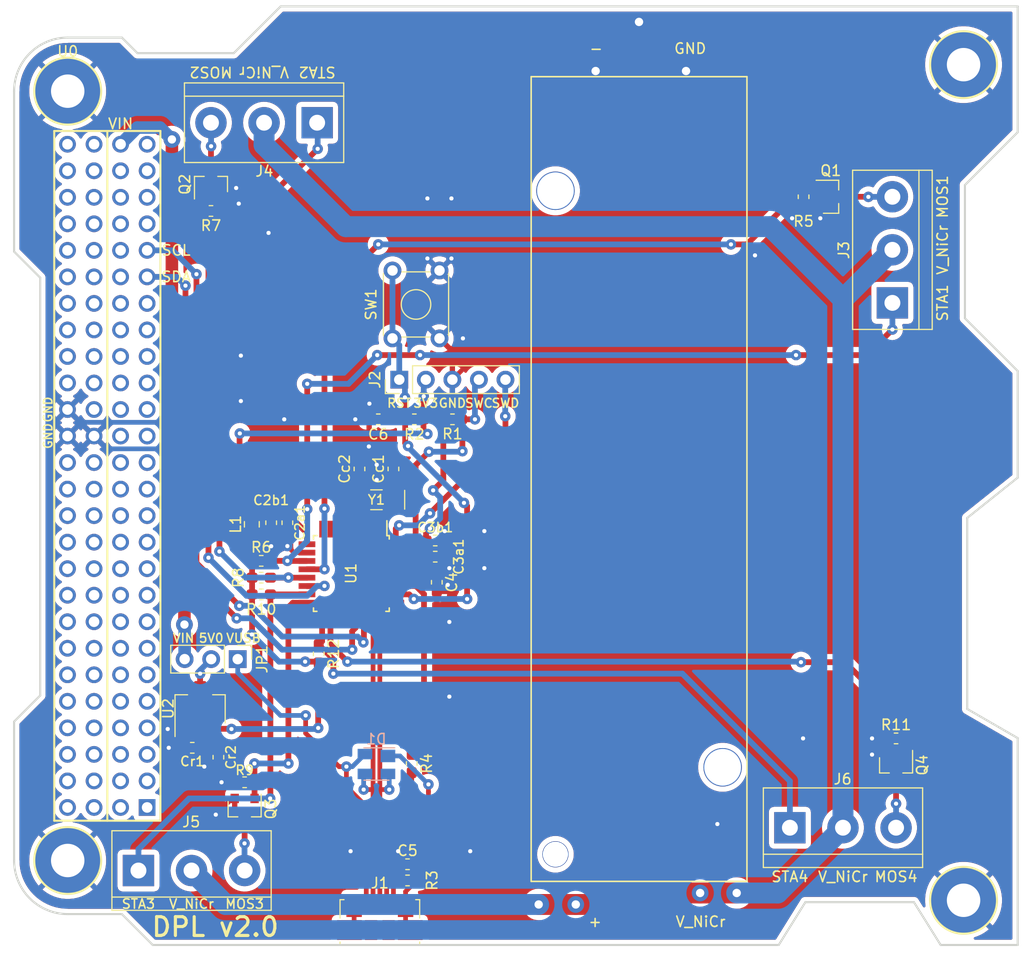
<source format=kicad_pcb>
(kicad_pcb (version 20190905) (host pcbnew "5.99.0-unknown-529461e~86~ubuntu18.04.1")
  (layers (0 "F.Cu" signal) (31 "B.Cu" signal) (34 "B.Paste" user) (35 "F.Paste" user) (36 "B.SilkS" user) (37 "F.SilkS" user) (38 "B.Mask" user) (39 "F.Mask" user) (44 "Edge.Cuts" user))
  (net 0 "")
  (net 1 "GND")
  (net 2 "/VDDCORE")
  (net 3 "/USB/SHIELD")
  (net 4 "/RESET")
  (net 5 "/VDDANA")
  (net 6 "/3V3")
  (net 7 "/XIN32")
  (net 8 "/XOUT32")
  (net 9 "/Power/5V0")
  (net 10 "/VUSB")
  (net 11 "/USB_N")
  (net 12 "/USB_P")
  (net 13 "/USB/ID")
  (net 14 "/SWDIO")
  (net 15 "/SWCLK")
  (net 16 "/Deploy/V_NiCr")
  (net 17 "/DPL_STA1")
  (net 18 "Net-(J3-Pad3)")
  (net 19 "/DPL_STA2")
  (net 20 "Net-(J4-Pad3)")
  (net 21 "/DPL_STA3")
  (net 22 "Net-(J5-Pad3)")
  (net 23 "/DPL_STA4")
  (net 24 "/VIN")
  (net 25 "/DPL_EN1")
  (net 26 "/DPL_EN2")
  (net 27 "/DPL_EN3")
  (net 28 "/DPL_EN4")
  (net 29 "/USB_ID")
  (net 30 "Net-(U1-Pad25)")
  (net 31 "/SCL")
  (net 32 "/SDA")
  (net 33 "Net-(U1-Pad20)")
  (net 34 "Net-(U1-Pad19)")
  (net 35 "Net-(U1-Pad8)")
  (net 36 "Net-(U1-Pad7)")
  (net 37 "Net-(U1-Pad6)")
  (net 38 "Net-(U1-Pad5)")
  (net 39 "Net-(U1-Pad4)")
  (net 40 "Net-(U1-Pad3)")
  (net 41 "Net-(U0-Pad53)")
  (net 42 "Net-(U0-Pad54)")
  (net 43 "Net-(U0-Pad55)")
  (net 44 "Net-(U0-Pad56)")
  (net 45 "Net-(U0-Pad57)")
  (net 46 "Net-(U0-Pad58)")
  (net 47 "Net-(U0-Pad59)")
  (net 48 "Net-(U0-Pad60)")
  (net 49 "Net-(U0-Pad61)")
  (net 50 "Net-(U0-Pad62)")
  (net 51 "Net-(U0-Pad63)")
  (net 52 "Net-(U0-Pad64)")
  (net 53 "Net-(U0-Pad65)")
  (net 54 "Net-(U0-Pad66)")
  (net 55 "Net-(U0-Pad67)")
  (net 56 "Net-(U0-Pad68)")
  (net 57 "Net-(U0-Pad69)")
  (net 58 "Net-(U0-Pad70)")
  (net 59 "Net-(U0-Pad71)")
  (net 60 "Net-(U0-Pad72)")
  (net 61 "Net-(U0-Pad73)")
  (net 62 "Net-(U0-Pad74)")
  (net 63 "Net-(U0-Pad75)")
  (net 64 "Net-(U0-Pad76)")
  (net 65 "Net-(U0-Pad77)")
  (net 66 "Net-(U0-Pad78)")
  (net 67 "Net-(U0-Pad79)")
  (net 68 "Net-(U0-Pad80)")
  (net 69 "Net-(U0-Pad83)")
  (net 70 "Net-(U0-Pad85)")
  (net 71 "Net-(U0-Pad86)")
  (net 72 "Net-(U0-Pad87)")
  (net 73 "Net-(U0-Pad88)")
  (net 74 "Net-(U0-Pad89)")
  (net 75 "Net-(U0-Pad90)")
  (net 76 "Net-(U0-Pad91)")
  (net 77 "Net-(U0-Pad92)")
  (net 78 "Net-(U0-Pad93)")
  (net 79 "Net-(U0-Pad94)")
  (net 80 "Net-(U0-Pad95)")
  (net 81 "Net-(U0-Pad96)")
  (net 82 "Net-(U0-Pad97)")
  (net 83 "Net-(U0-Pad98)")
  (net 84 "Net-(U0-Pad99)")
  (net 85 "Net-(U0-Pad100)")
  (net 86 "Net-(U0-Pad101)")
  (net 87 "Net-(U0-Pad102)")
  (net 88 "Net-(U0-Pad103)")
  (net 89 "Net-(U0-Pad104)")
  (net 90 "Net-(U0-Pad1)")
  (net 91 "Net-(U0-Pad2)")
  (net 92 "Net-(U0-Pad3)")
  (net 93 "Net-(U0-Pad4)")
  (net 94 "Net-(U0-Pad5)")
  (net 95 "Net-(U0-Pad6)")
  (net 96 "Net-(U0-Pad7)")
  (net 97 "Net-(U0-Pad8)")
  (net 98 "Net-(U0-Pad9)")
  (net 99 "Net-(U0-Pad10)")
  (net 100 "Net-(U0-Pad11)")
  (net 101 "Net-(U0-Pad12)")
  (net 102 "Net-(U0-Pad13)")
  (net 103 "Net-(U0-Pad14)")
  (net 104 "Net-(U0-Pad15)")
  (net 105 "Net-(U0-Pad16)")
  (net 106 "Net-(U0-Pad17)")
  (net 107 "Net-(U0-Pad18)")
  (net 108 "Net-(U0-Pad19)")
  (net 109 "Net-(U0-Pad20)")
  (net 110 "Net-(U0-Pad21)")
  (net 111 "Net-(U0-Pad22)")
  (net 112 "Net-(U0-Pad23)")
  (net 113 "Net-(U0-Pad24)")
  (net 114 "Net-(U0-Pad25)")
  (net 115 "Net-(U0-Pad26)")
  (net 116 "Net-(U0-Pad27)")
  (net 117 "Net-(U0-Pad28)")
  (net 118 "Net-(U0-Pad29)")
  (net 119 "Net-(U0-Pad30)")
  (net 120 "Net-(U0-Pad31)")
  (net 121 "Net-(U0-Pad32)")
  (net 122 "Net-(U0-Pad33)")
  (net 123 "Net-(U0-Pad34)")
  (net 124 "Net-(U0-Pad35)")
  (net 125 "Net-(U0-Pad36)")
  (net 126 "Net-(U0-Pad37)")
  (net 127 "Net-(U0-Pad38)")
  (net 128 "Net-(U0-Pad39)")
  (net 129 "Net-(U0-Pad40)")
  (net 130 "Net-(U0-Pad42)")
  (net 131 "Net-(U0-Pad44)")
  (net 132 "Net-(U0-Pad45)")
  (net 133 "Net-(U0-Pad46)")
  (net 134 "Net-(U0-Pad47)")
  (net 135 "Net-(U0-Pad48)")
  (net 136 "Net-(U0-Pad49)")
  (net 137 "Net-(U0-Pad50)")
  (net 138 "Net-(U0-Pad51)")
  (net 139 "Net-(J6-Pad3)")
  (module "Payload:PC104-Standard" (layer "F.Cu") (at 117.48 121.39)
    (fp_text reference "U0" (at 0 -77.47) (layer "F.SilkS"))
    (fp_text value "Payload" hide)
    (fp_line (start -5.13 -13.3) (end -5.13 0) (layer "Edge.Cuts") (width 0.2))
    (fp_arc (start 0 -73.66) (end 0 -78.79) (angle -90) (layer "Edge.Cuts") (width 0.2))
    (fp_line (start 5.18 -78.79) (end 0 -78.79) (layer "Edge.Cuts") (width 0.2))
    (fp_line (start 6.67 -77.3) (end 15.89 -77.3) (layer "Edge.Cuts") (width 0.2))
    (fp_line (start 5.18 -78.79) (end 6.67 -77.3) (layer "Edge.Cuts") (width 0.2))
    (fp_line (start 20.38 -81.78) (end 90.91 -81.78) (layer "Edge.Cuts") (width 0.2))
    (fp_line (start 15.89 -77.3) (end 20.38 -81.78) (layer "Edge.Cuts") (width 0.2))
    (fp_line (start 90.91 -81.78) (end 90.91 -69.73) (layer "Edge.Cuts") (width 0.2))
    (fp_line (start 85.86 -64.67) (end 85.86 -51.92) (layer "Edge.Cuts") (width 0.2))
    (fp_line (start 90.91 -69.73) (end 85.86 -64.67) (layer "Edge.Cuts") (width 0.2))
    (fp_line (start 90.91 -46.87) (end 90.91 -36.66) (layer "Edge.Cuts") (width 0.2))
    (fp_line (start 85.86 -51.92) (end 90.91 -46.87) (layer "Edge.Cuts") (width 0.2))
    (fp_line (start 86.08 -32.8) (end 86.08 -14.51) (layer "Edge.Cuts") (width 0.2))
    (fp_line (start 90.91 -36.66) (end 86.08 -32.8) (layer "Edge.Cuts") (width 0.2))
    (fp_line (start 90.91 -11.72) (end 90.91 8.09) (layer "Edge.Cuts") (width 0.2))
    (fp_line (start 86.08 -14.51) (end 90.91 -11.72) (layer "Edge.Cuts") (width 0.2))
    (fp_line (start 90.91 8.09) (end 83.54 8.09) (layer "Edge.Cuts") (width 0.2))
    (fp_line (start 80.98 3.99) (end 70.59 3.99) (layer "Edge.Cuts") (width 0.2))
    (fp_line (start 83.54 8.09) (end 80.98 3.99) (layer "Edge.Cuts") (width 0.2))
    (fp_line (start 68.04 8.09) (end 8.14 8.09) (layer "Edge.Cuts") (width 0.2))
    (fp_line (start 70.59 3.99) (end 68.04 8.09) (layer "Edge.Cuts") (width 0.2))
    (fp_line (start -2.63 -15.8) (end -2.63 -55.8) (layer "Edge.Cuts") (width 0.2))
    (fp_line (start -5.13 -58.3) (end -5.13 -73.66) (layer "Edge.Cuts") (width 0.2))
    (fp_line (start -5.13 -13.3) (end -2.63 -15.8) (layer "Edge.Cuts") (width 0.2))
    (fp_line (start -2.63 -55.8) (end -5.13 -58.3) (layer "Edge.Cuts") (width 0.2))
    (fp_arc (start 0 0) (end -5.13 0) (angle -90) (layer "Edge.Cuts") (width 0.2))
    (fp_line (start 5.18 5.13) (end 0 5.13) (layer "Edge.Cuts") (width 0.2))
    (fp_line (start 8.14 8.09) (end 5.18 5.13) (layer "Edge.Cuts") (width 0.2))
    (pad "" thru_hole circle (at 85.73 -76.2) (size 6.35 6.35) (drill 3.2) (layers *.Cu *.Mask) (net 1 "GND"))
    (pad "" thru_hole circle (at 85.73 3.81) (size 6.35 6.35) (drill 3.2) (layers *.Cu *.Mask) (net 1 "GND"))
    (pad "53" thru_hole circle (at 2.52 -5.08) (size 1.6 1.6) (drill 1.016) (layers *.Cu *.Mask) (net 41 "Net-(U0-Pad53)"))
    (pad "54" thru_hole circle (at -0.02 -5.08) (size 1.6 1.6) (drill 1.016) (layers *.Cu *.Mask) (net 42 "Net-(U0-Pad54)"))
    (pad "55" thru_hole circle (at 2.52 -7.62) (size 1.6 1.6) (drill 1.016) (layers *.Cu *.Mask) (net 43 "Net-(U0-Pad55)"))
    (pad "56" thru_hole circle (at -0.02 -7.62) (size 1.6 1.6) (drill 1.016) (layers *.Cu *.Mask) (net 44 "Net-(U0-Pad56)"))
    (pad "57" thru_hole circle (at 2.52 -10.16 90) (size 1.6 1.6) (drill 1.016) (layers *.Cu *.Mask) (net 45 "Net-(U0-Pad57)"))
    (pad "58" thru_hole circle (at -0.02 -10.16) (size 1.6 1.6) (drill 1.016) (layers *.Cu *.Mask) (net 46 "Net-(U0-Pad58)"))
    (pad "59" thru_hole circle (at 2.52 -12.7) (size 1.6 1.6) (drill 1.016) (layers *.Cu *.Mask) (net 47 "Net-(U0-Pad59)"))
    (pad "60" thru_hole circle (at -0.02 -12.7) (size 1.6 1.6) (drill 1.016) (layers *.Cu *.Mask) (net 48 "Net-(U0-Pad60)"))
    (pad "61" thru_hole circle (at 2.52 -15.24) (size 1.6 1.6) (drill 1.016) (layers *.Cu *.Mask) (net 49 "Net-(U0-Pad61)"))
    (pad "62" thru_hole circle (at -0.02 -15.24) (size 1.6 1.6) (drill 1.016) (layers *.Cu *.Mask) (net 50 "Net-(U0-Pad62)"))
    (pad "63" thru_hole circle (at 2.52 -17.78) (size 1.6 1.6) (drill 1.016) (layers *.Cu *.Mask) (net 51 "Net-(U0-Pad63)"))
    (pad "64" thru_hole circle (at -0.02 -17.78) (size 1.6 1.6) (drill 1.016) (layers *.Cu *.Mask) (net 52 "Net-(U0-Pad64)"))
    (pad "65" thru_hole circle (at 2.52 -20.32) (size 1.6 1.6) (drill 1.016) (layers *.Cu *.Mask) (net 53 "Net-(U0-Pad65)"))
    (pad "66" thru_hole circle (at -0.02 -20.32) (size 1.6 1.6) (drill 1.016) (layers *.Cu *.Mask) (net 54 "Net-(U0-Pad66)"))
    (pad "67" thru_hole circle (at 2.52 -22.86) (size 1.6 1.6) (drill 1.016) (layers *.Cu *.Mask) (net 55 "Net-(U0-Pad67)"))
    (pad "68" thru_hole circle (at -0.02 -22.86) (size 1.6 1.6) (drill 1.016) (layers *.Cu *.Mask) (net 56 "Net-(U0-Pad68)"))
    (pad "69" thru_hole circle (at 2.52 -25.4) (size 1.6 1.6) (drill 1.016) (layers *.Cu *.Mask) (net 57 "Net-(U0-Pad69)"))
    (pad "70" thru_hole circle (at -0.02 -25.4) (size 1.6 1.6) (drill 1.016) (layers *.Cu *.Mask) (net 58 "Net-(U0-Pad70)"))
    (pad "71" thru_hole circle (at 2.52 -27.94) (size 1.6 1.6) (drill 1.016) (layers *.Cu *.Mask) (net 59 "Net-(U0-Pad71)"))
    (pad "72" thru_hole circle (at -0.02 -27.94) (size 1.6 1.6) (drill 1.016) (layers *.Cu *.Mask) (net 60 "Net-(U0-Pad72)"))
    (pad "73" thru_hole circle (at 2.52 -30.48) (size 1.6 1.6) (drill 1.016) (layers *.Cu *.Mask) (net 61 "Net-(U0-Pad73)"))
    (pad "74" thru_hole circle (at -0.02 -30.48) (size 1.6 1.6) (drill 1.016) (layers *.Cu *.Mask) (net 62 "Net-(U0-Pad74)"))
    (pad "75" thru_hole circle (at 2.52 -33.02) (size 1.6 1.6) (drill 1.016) (layers *.Cu *.Mask) (net 63 "Net-(U0-Pad75)"))
    (pad "76" thru_hole circle (at -0.02 -33.02) (size 1.6 1.6) (drill 1.016) (layers *.Cu *.Mask) (net 64 "Net-(U0-Pad76)"))
    (pad "77" thru_hole circle (at 2.52 -35.56) (size 1.6 1.6) (drill 1.016) (layers *.Cu *.Mask) (net 65 "Net-(U0-Pad77)"))
    (pad "78" thru_hole circle (at -0.02 -35.56) (size 1.6 1.6) (drill 1.016) (layers *.Cu *.Mask) (net 66 "Net-(U0-Pad78)"))
    (pad "79" thru_hole circle (at 2.52 -38.1) (size 1.6 1.6) (drill 1.016) (layers *.Cu *.Mask) (net 67 "Net-(U0-Pad79)"))
    (pad "80" thru_hole circle (at -0.02 -38.1) (size 1.6 1.6) (drill 1.016) (layers *.Cu *.Mask) (net 68 "Net-(U0-Pad80)"))
    (pad "81" thru_hole circle (at 2.52 -40.64) (size 1.6 1.6) (drill 1.016) (layers *.Cu *.Mask) (net 1 "GND"))
    (pad "82" thru_hole circle (at -0.02 -40.64) (size 1.6 1.6) (drill 1.016) (layers *.Cu *.Mask) (net 1 "GND"))
    (pad "83" thru_hole circle (at 2.52 -43.18) (size 1.6 1.6) (drill 1.016) (layers *.Cu *.Mask) (net 69 "Net-(U0-Pad83)"))
    (pad "84" thru_hole circle (at -0.02 -43.18) (size 1.6 1.6) (drill 1.016) (layers *.Cu *.Mask) (net 1 "GND"))
    (pad "85" thru_hole circle (at 2.52 -45.72) (size 1.6 1.6) (drill 1.016) (layers *.Cu *.Mask) (net 70 "Net-(U0-Pad85)"))
    (pad "86" thru_hole circle (at -0.02 -45.72) (size 1.6 1.6) (drill 1.016) (layers *.Cu *.Mask) (net 71 "Net-(U0-Pad86)"))
    (pad "87" thru_hole circle (at 2.52 -48.26) (size 1.6 1.6) (drill 1.016) (layers *.Cu *.Mask) (net 72 "Net-(U0-Pad87)"))
    (pad "88" thru_hole circle (at -0.02 -48.26) (size 1.6 1.6) (drill 1.016) (layers *.Cu *.Mask) (net 73 "Net-(U0-Pad88)"))
    (pad "89" thru_hole circle (at 2.52 -50.8) (size 1.6 1.6) (drill 1.016) (layers *.Cu *.Mask) (net 74 "Net-(U0-Pad89)"))
    (pad "90" thru_hole circle (at -0.02 -50.8) (size 1.6 1.6) (drill 1.016) (layers *.Cu *.Mask) (net 75 "Net-(U0-Pad90)"))
    (pad "91" thru_hole circle (at 2.52 -53.34) (size 1.6 1.6) (drill 1.016) (layers *.Cu *.Mask) (net 76 "Net-(U0-Pad91)"))
    (pad "92" thru_hole circle (at -0.02 -53.34) (size 1.6 1.6) (drill 1.016) (layers *.Cu *.Mask) (net 77 "Net-(U0-Pad92)"))
    (pad "93" thru_hole circle (at 2.52 -55.88) (size 1.6 1.6) (drill 1.016) (layers *.Cu *.Mask) (net 78 "Net-(U0-Pad93)"))
    (pad "94" thru_hole circle (at -0.02 -55.88) (size 1.6 1.6) (drill 1.016) (layers *.Cu *.Mask) (net 79 "Net-(U0-Pad94)"))
    (pad "95" thru_hole circle (at 2.52 -58.42) (size 1.6 1.6) (drill 1.016) (layers *.Cu *.Mask) (net 80 "Net-(U0-Pad95)"))
    (pad "96" thru_hole circle (at -0.02 -58.42) (size 1.6 1.6) (drill 1.016) (layers *.Cu *.Mask) (net 81 "Net-(U0-Pad96)"))
    (pad "97" thru_hole circle (at 2.52 -60.96) (size 1.6 1.6) (drill 1.016) (layers *.Cu *.Mask) (net 82 "Net-(U0-Pad97)"))
    (pad "98" thru_hole circle (at -0.02 -60.96) (size 1.6 1.6) (drill 1.016) (layers *.Cu *.Mask) (net 83 "Net-(U0-Pad98)"))
    (pad "99" thru_hole circle (at 2.52 -63.5) (size 1.6 1.6) (drill 1.016) (layers *.Cu *.Mask) (net 84 "Net-(U0-Pad99)"))
    (pad "100" thru_hole circle (at -0.02 -63.5) (size 1.6 1.6) (drill 1.016) (layers *.Cu *.Mask) (net 85 "Net-(U0-Pad100)"))
    (pad "101" thru_hole circle (at 2.52 -66.04) (size 1.6 1.6) (drill 1.016) (layers *.Cu *.Mask) (net 86 "Net-(U0-Pad101)"))
    (pad "102" thru_hole circle (at -0.02 -66.04) (size 1.6 1.6) (drill 1.016) (layers *.Cu *.Mask) (net 87 "Net-(U0-Pad102)"))
    (pad "103" thru_hole circle (at 2.52 -68.58) (size 1.6 1.6) (drill 1.016) (layers *.Cu *.Mask) (net 88 "Net-(U0-Pad103)"))
    (pad "104" thru_hole circle (at -0.02 -68.58) (size 1.6 1.6) (drill 1.016) (layers *.Cu *.Mask) (net 89 "Net-(U0-Pad104)"))
    (pad "1" thru_hole rect (at 7.6 -5.08) (size 1.6 1.6) (drill 1.016) (layers *.Cu *.Mask) (net 90 "Net-(U0-Pad1)"))
    (pad "2" thru_hole circle (at 5.06 -5.08) (size 1.6 1.6) (drill 1.016) (layers *.Cu *.Mask) (net 91 "Net-(U0-Pad2)"))
    (pad "3" thru_hole circle (at 7.6 -7.62) (size 1.6 1.6) (drill 1.016) (layers *.Cu *.Mask) (net 92 "Net-(U0-Pad3)"))
    (pad "4" thru_hole circle (at 5.06 -7.62) (size 1.6 1.6) (drill 1.016) (layers *.Cu *.Mask) (net 93 "Net-(U0-Pad4)"))
    (pad "5" thru_hole circle (at 7.6 -10.16) (size 1.6 1.6) (drill 1.016) (layers *.Cu *.Mask) (net 94 "Net-(U0-Pad5)"))
    (pad "6" thru_hole circle (at 5.06 -10.16) (size 1.6 1.6) (drill 1.016) (layers *.Cu *.Mask) (net 95 "Net-(U0-Pad6)"))
    (pad "7" thru_hole circle (at 7.6 -12.7) (size 1.6 1.6) (drill 1.016) (layers *.Cu *.Mask) (net 96 "Net-(U0-Pad7)"))
    (pad "8" thru_hole circle (at 5.06 -12.7) (size 1.6 1.6) (drill 1.016) (layers *.Cu *.Mask) (net 97 "Net-(U0-Pad8)"))
    (pad "9" thru_hole circle (at 7.6 -15.24) (size 1.6 1.6) (drill 1.016) (layers *.Cu *.Mask) (net 98 "Net-(U0-Pad9)"))
    (pad "10" thru_hole circle (at 5.06 -15.24) (size 1.6 1.6) (drill 1.016) (layers *.Cu *.Mask) (net 99 "Net-(U0-Pad10)"))
    (pad "11" thru_hole circle (at 7.6 -17.78) (size 1.6 1.6) (drill 1.016) (layers *.Cu *.Mask) (net 100 "Net-(U0-Pad11)"))
    (pad "12" thru_hole circle (at 5.06 -17.78) (size 1.6 1.6) (drill 1.016) (layers *.Cu *.Mask) (net 101 "Net-(U0-Pad12)"))
    (pad "13" thru_hole circle (at 7.6 -20.32) (size 1.6 1.6) (drill 1.016) (layers *.Cu *.Mask) (net 102 "Net-(U0-Pad13)"))
    (pad "14" thru_hole circle (at 5.06 -20.32) (size 1.6 1.6) (drill 1.016) (layers *.Cu *.Mask) (net 103 "Net-(U0-Pad14)"))
    (pad "15" thru_hole circle (at 7.6 -22.86) (size 1.6 1.6) (drill 1.016) (layers *.Cu *.Mask) (net 104 "Net-(U0-Pad15)"))
    (pad "16" thru_hole circle (at 5.06 -22.86) (size 1.6 1.6) (drill 1.016) (layers *.Cu *.Mask) (net 105 "Net-(U0-Pad16)"))
    (pad "17" thru_hole circle (at 7.6 -25.4) (size 1.6 1.6) (drill 1.016) (layers *.Cu *.Mask) (net 106 "Net-(U0-Pad17)"))
    (pad "18" thru_hole circle (at 5.06 -25.4) (size 1.6 1.6) (drill 1.016) (layers *.Cu *.Mask) (net 107 "Net-(U0-Pad18)"))
    (pad "19" thru_hole circle (at 7.6 -27.94) (size 1.6 1.6) (drill 1.016) (layers *.Cu *.Mask) (net 108 "Net-(U0-Pad19)"))
    (pad "20" thru_hole circle (at 5.06 -27.94) (size 1.6 1.6) (drill 1.016) (layers *.Cu *.Mask) (net 109 "Net-(U0-Pad20)"))
    (pad "21" thru_hole circle (at 7.6 -30.48) (size 1.6 1.6) (drill 1.016) (layers *.Cu *.Mask) (net 110 "Net-(U0-Pad21)"))
    (pad "22" thru_hole circle (at 5.06 -30.48) (size 1.6 1.6) (drill 1.016) (layers *.Cu *.Mask) (net 111 "Net-(U0-Pad22)"))
    (pad "23" thru_hole circle (at 7.6 -33.02) (size 1.6 1.6) (drill 1.016) (layers *.Cu *.Mask) (net 112 "Net-(U0-Pad23)"))
    (pad "24" thru_hole circle (at 5.06 -33.02) (size 1.6 1.6) (drill 1.016) (layers *.Cu *.Mask) (net 113 "Net-(U0-Pad24)"))
    (pad "25" thru_hole circle (at 7.6 -35.56) (size 1.6 1.6) (drill 1.016) (layers *.Cu *.Mask) (net 114 "Net-(U0-Pad25)"))
    (pad "26" thru_hole circle (at 5.06 -35.56) (size 1.6 1.6) (drill 1.016) (layers *.Cu *.Mask) (net 115 "Net-(U0-Pad26)"))
    (pad "27" thru_hole circle (at 7.6 -38.1) (size 1.6 1.6) (drill 1.016) (layers *.Cu *.Mask) (net 116 "Net-(U0-Pad27)"))
    (pad "28" thru_hole circle (at 5.06 -38.1) (size 1.6 1.6) (drill 1.016) (layers *.Cu *.Mask) (net 117 "Net-(U0-Pad28)"))
    (pad "29" thru_hole circle (at 7.6 -40.64) (size 1.6 1.6) (drill 1.016) (layers *.Cu *.Mask) (net 118 "Net-(U0-Pad29)"))
    (pad "30" thru_hole circle (at 5.06 -40.64) (size 1.6 1.6) (drill 1.016) (layers *.Cu *.Mask) (net 119 "Net-(U0-Pad30)"))
    (pad "31" thru_hole circle (at 7.6 -43.18) (size 1.6 1.6) (drill 1.016) (layers *.Cu *.Mask) (net 120 "Net-(U0-Pad31)"))
    (pad "32" thru_hole circle (at 5.06 -43.18) (size 1.6 1.6) (drill 1.016) (layers *.Cu *.Mask) (net 121 "Net-(U0-Pad32)"))
    (pad "33" thru_hole circle (at 7.6 -45.72) (size 1.6 1.6) (drill 1.016) (layers *.Cu *.Mask) (net 122 "Net-(U0-Pad33)"))
    (pad "34" thru_hole circle (at 5.06 -45.72) (size 1.6 1.6) (drill 1.016) (layers *.Cu *.Mask) (net 123 "Net-(U0-Pad34)"))
    (pad "35" thru_hole circle (at 7.6 -48.26) (size 1.6 1.6) (drill 1.016) (layers *.Cu *.Mask) (net 124 "Net-(U0-Pad35)"))
    (pad "36" thru_hole circle (at 5.06 -48.26) (size 1.6 1.6) (drill 1.016) (layers *.Cu *.Mask) (net 125 "Net-(U0-Pad36)"))
    (pad "37" thru_hole circle (at 7.6 -50.8) (size 1.6 1.6) (drill 1.016) (layers *.Cu *.Mask) (net 126 "Net-(U0-Pad37)"))
    (pad "38" thru_hole circle (at 5.06 -50.8) (size 1.6 1.6) (drill 1.016) (layers *.Cu *.Mask) (net 127 "Net-(U0-Pad38)"))
    (pad "39" thru_hole circle (at 7.6 -53.34) (size 1.6 1.6) (drill 1.016) (layers *.Cu *.Mask) (net 128 "Net-(U0-Pad39)"))
    (pad "40" thru_hole circle (at 5.06 -53.34) (size 1.6 1.6) (drill 1.016) (layers *.Cu *.Mask) (net 129 "Net-(U0-Pad40)"))
    (pad "41" thru_hole circle (at 7.6 -55.88) (size 1.6 1.6) (drill 1.016) (layers *.Cu *.Mask) (net 32 "/SDA"))
    (pad "42" thru_hole circle (at 5.06 -55.88) (size 1.6 1.6) (drill 1.016) (layers *.Cu *.Mask) (net 130 "Net-(U0-Pad42)"))
    (pad "43" thru_hole circle (at 7.6 -58.42) (size 1.6 1.6) (drill 1.016) (layers *.Cu *.Mask) (net 31 "/SCL"))
    (pad "44" thru_hole circle (at 5.06 -58.42) (size 1.6 1.6) (drill 1.016) (layers *.Cu *.Mask) (net 131 "Net-(U0-Pad44)"))
    (pad "45" thru_hole circle (at 7.6 -60.96) (size 1.6 1.6) (drill 1.016) (layers *.Cu *.Mask) (net 132 "Net-(U0-Pad45)"))
    (pad "46" thru_hole circle (at 5.06 -60.96) (size 1.6 1.6) (drill 1.016) (layers *.Cu *.Mask) (net 133 "Net-(U0-Pad46)"))
    (pad "47" thru_hole circle (at 7.6 -63.5) (size 1.6 1.6) (drill 1.016) (layers *.Cu *.Mask) (net 134 "Net-(U0-Pad47)"))
    (pad "48" thru_hole circle (at 5.06 -63.5) (size 1.6 1.6) (drill 1.016) (layers *.Cu *.Mask) (net 135 "Net-(U0-Pad48)"))
    (pad "49" thru_hole circle (at 7.6 -66.04) (size 1.6 1.6) (drill 1.016) (layers *.Cu *.Mask) (net 136 "Net-(U0-Pad49)"))
    (pad "50" thru_hole circle (at 5.06 -66.04) (size 1.6 1.6) (drill 1.016) (layers *.Cu *.Mask) (net 137 "Net-(U0-Pad50)"))
    (pad "51" thru_hole circle (at 7.6 -68.58) (size 1.6 1.6) (drill 1.016) (layers *.Cu *.Mask) (net 138 "Net-(U0-Pad51)"))
    (pad "52" thru_hole circle (at 5.06 -68.58) (size 1.6 1.6) (drill 1.016) (layers *.Cu *.Mask) (net 24 "/VIN"))
    (pad "" thru_hole circle (at 0 -73.66) (size 6.35 6.35) (drill 3.2) (layers *.Cu *.Mask) (net 1 "GND"))
    (pad "" thru_hole circle (at 0 0) (size 6.35 6.35) (drill 3.2) (layers *.Cu *.Mask) (net 1 "GND"))
    (pad "" np_thru_hole circle (at 46.675 -64.125) (size 3.68 3.68) (drill 3.5) (layers *.Cu *.Mask))
    (pad "" np_thru_hole circle (at 62.675 -8.925) (size 3.68 3.68) (drill 3.5) (layers *.Cu *.Mask))
    (pad "" np_thru_hole circle (at 46.675 -0.595) (size 2.5 2.5) (drill 2.39) (layers *.Cu *.Mask))
    (pad "" smd rect (at 54.675 3.075) (size 6.4 7.34) (layers "F.Cu" "F.Paste" "F.Mask") (net 16 "/Deploy/V_NiCr"))
    (pad "" smd rect (at 54.675 -75.585) (size 6.4 7.34) (layers "F.Cu" "F.Paste" "F.Mask") (net 1 "GND"))
  )
  (module "Button_Switch_THT:SW_TH_Tactile_Omron_B3F-10xx" (layer "F.Cu") (at 148.56 71.4 90)
    (fp_text reference "SW1" (at 3.25 -2.05 90) (layer "F.SilkS"))
    (fp_text value "Reset_push" hide)
    (pad "1" thru_hole circle (at 0 0 90) (size 1.7 1.7) (drill 1) (layers *.Cu *.Mask) (net 4 "/RESET"))
    (pad "2" thru_hole circle (at 6.5 0 90) (size 1.7 1.7) (drill 1) (layers *.Cu *.Mask) (net 4 "/RESET"))
    (pad "3" thru_hole circle (at 0 4.5 90) (size 1.7 1.7) (drill 1) (layers *.Cu *.Mask) (net 1 "GND"))
    (pad "4" thru_hole circle (at 6.5 4.5 90) (size 1.7 1.7) (drill 1) (layers *.Cu *.Mask) (net 1 "GND"))
  )
  (module "Crystal:Crystal_SMD_EuroQuartz_EQ161-2Pin_3.2x1.5mm_HandSoldering" (layer "F.Cu") (at 147.025 86.85 180)
    (fp_text reference "Y1" (at 0 0) (layer "F.SilkS") (effects (font (size 0.9 0.9))))
    (fp_text value "32.768kHz" hide)
    (pad "2" smd rect (at 1.625 0 180) (size 1.75 1.8) (layers "F.Cu" "F.Paste" "F.Mask") (net 8 "/XOUT32"))
    (pad "1" smd rect (at -1.625 0 180) (size 1.75 1.8) (layers "F.Cu" "F.Paste" "F.Mask") (net 7 "/XIN32"))
  )
  (module "Package_TO_SOT_SMD:SOT-89-3" (layer "F.Cu") (at 130.15 107.3 90)
    (fp_text reference "U2" (at 0.45 -3.05 90) (layer "F.SilkS"))
    (fp_text value "AP7215-33YG-13" hide)
    (pad "2" smd trapezoid (at -0.0762 0 180) (size 1.5 1) (rect_delta 0 0.7) (layers "F.Cu" "F.Paste" "F.Mask") (net 9 "/Power/5V0"))
    (pad "2" smd rect (at 1.3335 0) (size 2.2 1.84) (layers "F.Cu" "F.Paste" "F.Mask") (net 9 "/Power/5V0"))
    (pad "3" smd rect (at -1.48 1.5) (size 1 1.5) (layers "F.Cu" "F.Paste" "F.Mask") (net 6 "/3V3"))
    (pad "2" smd rect (at -1.3335 0) (size 1 1.8) (layers "F.Cu" "F.Paste" "F.Mask") (net 9 "/Power/5V0"))
    (pad "1" smd rect (at -1.48 -1.5) (size 1 1.5) (layers "F.Cu" "F.Paste" "F.Mask") (net 1 "GND"))
    (pad "2" smd trapezoid (at 2.667 0) (size 1.6 0.85) (rect_delta 0 0.6) (layers "F.Cu" "F.Paste" "F.Mask") (net 9 "/Power/5V0"))
  )
  (module "Package_QFP:TQFP-32_7x7mm_P0.8mm" (layer "F.Cu") (at 144.625 93.91 -90)
    (fp_text reference "U1" (at 0 0.03 90) (layer "F.SilkS"))
    (fp_text value "SAMD21E" hide)
    (pad "32" smd rect (at -2.8 -4.25) (size 1.6 0.55) (layers "F.Cu" "F.Paste" "F.Mask") (net 14 "/SWDIO"))
    (pad "31" smd rect (at -2 -4.25) (size 1.6 0.55) (layers "F.Cu" "F.Paste" "F.Mask") (net 15 "/SWCLK"))
    (pad "30" smd rect (at -1.2 -4.25) (size 1.6 0.55) (layers "F.Cu" "F.Paste" "F.Mask") (net 6 "/3V3"))
    (pad "29" smd rect (at -0.4 -4.25) (size 1.6 0.55) (layers "F.Cu" "F.Paste" "F.Mask") (net 2 "/VDDCORE"))
    (pad "28" smd rect (at 0.4 -4.25) (size 1.6 0.55) (layers "F.Cu" "F.Paste" "F.Mask") (net 1 "GND"))
    (pad "27" smd rect (at 1.2 -4.25) (size 1.6 0.55) (layers "F.Cu" "F.Paste" "F.Mask") (net 29 "/USB_ID"))
    (pad "26" smd rect (at 2 -4.25) (size 1.6 0.55) (layers "F.Cu" "F.Paste" "F.Mask") (net 4 "/RESET"))
    (pad "25" smd rect (at 2.8 -4.25) (size 1.6 0.55) (layers "F.Cu" "F.Paste" "F.Mask") (net 30 "Net-(U1-Pad25)"))
    (pad "24" smd rect (at 4.25 -2.8 270) (size 1.6 0.55) (layers "F.Cu" "F.Paste" "F.Mask") (net 12 "/USB_P"))
    (pad "23" smd rect (at 4.25 -2 270) (size 1.6 0.55) (layers "F.Cu" "F.Paste" "F.Mask") (net 11 "/USB_N"))
    (pad "22" smd rect (at 4.25 -1.2 270) (size 1.6 0.55) (layers "F.Cu" "F.Paste" "F.Mask") (net 31 "/SCL"))
    (pad "21" smd rect (at 4.25 -0.4 270) (size 1.6 0.55) (layers "F.Cu" "F.Paste" "F.Mask") (net 32 "/SDA"))
    (pad "20" smd rect (at 4.25 0.4 270) (size 1.6 0.55) (layers "F.Cu" "F.Paste" "F.Mask") (net 33 "Net-(U1-Pad20)"))
    (pad "19" smd rect (at 4.25 1.2 270) (size 1.6 0.55) (layers "F.Cu" "F.Paste" "F.Mask") (net 34 "Net-(U1-Pad19)"))
    (pad "18" smd rect (at 4.25 2 270) (size 1.6 0.55) (layers "F.Cu" "F.Paste" "F.Mask") (net 28 "/DPL_EN4"))
    (pad "17" smd rect (at 4.25 2.8 270) (size 1.6 0.55) (layers "F.Cu" "F.Paste" "F.Mask") (net 23 "/DPL_STA4"))
    (pad "16" smd rect (at 2.8 4.25) (size 1.6 0.55) (layers "F.Cu" "F.Paste" "F.Mask") (net 27 "/DPL_EN3"))
    (pad "15" smd rect (at 2 4.25) (size 1.6 0.55) (layers "F.Cu" "F.Paste" "F.Mask") (net 21 "/DPL_STA3"))
    (pad "14" smd rect (at 1.2 4.25) (size 1.6 0.55) (layers "F.Cu" "F.Paste" "F.Mask") (net 26 "/DPL_EN2"))
    (pad "13" smd rect (at 0.4 4.25) (size 1.6 0.55) (layers "F.Cu" "F.Paste" "F.Mask") (net 19 "/DPL_STA2"))
    (pad "12" smd rect (at -0.4 4.25) (size 1.6 0.55) (layers "F.Cu" "F.Paste" "F.Mask") (net 25 "/DPL_EN1"))
    (pad "11" smd rect (at -1.2 4.25) (size 1.6 0.55) (layers "F.Cu" "F.Paste" "F.Mask") (net 17 "/DPL_STA1"))
    (pad "10" smd rect (at -2 4.25) (size 1.6 0.55) (layers "F.Cu" "F.Paste" "F.Mask") (net 1 "GND"))
    (pad "9" smd rect (at -2.8 4.25) (size 1.6 0.55) (layers "F.Cu" "F.Paste" "F.Mask") (net 5 "/VDDANA"))
    (pad "8" smd rect (at -4.25 2.8 270) (size 1.6 0.55) (layers "F.Cu" "F.Paste" "F.Mask") (net 35 "Net-(U1-Pad8)"))
    (pad "7" smd rect (at -4.25 2 270) (size 1.6 0.55) (layers "F.Cu" "F.Paste" "F.Mask") (net 36 "Net-(U1-Pad7)"))
    (pad "6" smd rect (at -4.25 1.2 270) (size 1.6 0.55) (layers "F.Cu" "F.Paste" "F.Mask") (net 37 "Net-(U1-Pad6)"))
    (pad "5" smd rect (at -4.25 0.4 270) (size 1.6 0.55) (layers "F.Cu" "F.Paste" "F.Mask") (net 38 "Net-(U1-Pad5)"))
    (pad "4" smd rect (at -4.25 -0.4 270) (size 1.6 0.55) (layers "F.Cu" "F.Paste" "F.Mask") (net 39 "Net-(U1-Pad4)"))
    (pad "3" smd rect (at -4.25 -1.2 270) (size 1.6 0.55) (layers "F.Cu" "F.Paste" "F.Mask") (net 40 "Net-(U1-Pad3)"))
    (pad "2" smd rect (at -4.25 -2 270) (size 1.6 0.55) (layers "F.Cu" "F.Paste" "F.Mask") (net 8 "/XOUT32"))
    (pad "1" smd rect (at -4.25 -2.8 270) (size 1.6 0.55) (layers "F.Cu" "F.Paste" "F.Mask") (net 7 "/XIN32"))
  )
  (module "Resistor_SMD:R_0603_1608Metric_Pad1.05x0.95mm_HandSolder" (layer "F.Cu") (at 141.5 101.6 -90)
    (fp_text reference "R12" (at 0 -1.43 90) (layer "F.SilkS"))
    (fp_text value "1k" hide)
    (pad "2" smd roundrect (at 0.875 0 270) (size 1.05 0.95) (layers "F.Cu" "F.Paste" "F.Mask") (net 6 "/3V3"))
    (pad "1" smd roundrect (at -0.875 0 270) (size 1.05 0.95) (layers "F.Cu" "F.Paste" "F.Mask") (net 23 "/DPL_STA4"))
  )
  (module "Resistor_SMD:R_0603_1608Metric_Pad1.05x0.95mm_HandSolder" (layer "F.Cu") (at 196.75 109.7 180)
    (fp_text reference "R11" (at 0 1.3) (layer "F.SilkS"))
    (fp_text value "330" hide)
    (pad "2" smd roundrect (at 0.875 0 180) (size 1.05 0.95) (layers "F.Cu" "F.Paste" "F.Mask") (net 1 "GND"))
    (pad "1" smd roundrect (at -0.875 0 180) (size 1.05 0.95) (layers "F.Cu" "F.Paste" "F.Mask") (net 28 "/DPL_EN4"))
  )
  (module "Resistor_SMD:R_0603_1608Metric_Pad1.05x0.95mm_HandSolder" (layer "F.Cu") (at 136 95.91 180)
    (fp_text reference "R10" (at 0 -1.43) (layer "F.SilkS"))
    (fp_text value "1k" hide)
    (pad "2" smd roundrect (at 0.875 0 180) (size 1.05 0.95) (layers "F.Cu" "F.Paste" "F.Mask") (net 6 "/3V3"))
    (pad "1" smd roundrect (at -0.875 0 180) (size 1.05 0.95) (layers "F.Cu" "F.Paste" "F.Mask") (net 21 "/DPL_STA3"))
  )
  (module "Resistor_SMD:R_0603_1608Metric_Pad1.05x0.95mm_HandSolder" (layer "F.Cu") (at 134.41 113.9 180)
    (fp_text reference "R9" (at 0 1.15) (layer "F.SilkS") (effects (font (size 0.9 0.9))))
    (fp_text value "330" hide)
    (pad "2" smd roundrect (at 0.875 0 180) (size 1.05 0.95) (layers "F.Cu" "F.Paste" "F.Mask") (net 1 "GND"))
    (pad "1" smd roundrect (at -0.875 0 180) (size 1.05 0.95) (layers "F.Cu" "F.Paste" "F.Mask") (net 27 "/DPL_EN3"))
  )
  (module "Resistor_SMD:R_0603_1608Metric_Pad1.05x0.95mm_HandSolder" (layer "F.Cu") (at 136 94.31 180)
    (fp_text reference "R8" (at 2.2 -0.01 90) (layer "F.SilkS"))
    (fp_text value "1k" hide)
    (pad "2" smd roundrect (at 0.875 0 180) (size 1.05 0.95) (layers "F.Cu" "F.Paste" "F.Mask") (net 6 "/3V3"))
    (pad "1" smd roundrect (at -0.875 0 180) (size 1.05 0.95) (layers "F.Cu" "F.Paste" "F.Mask") (net 19 "/DPL_STA2"))
  )
  (module "Resistor_SMD:R_0603_1608Metric_Pad1.05x0.95mm_HandSolder" (layer "F.Cu") (at 131.19 59.2)
    (fp_text reference "R7" (at 0 1.4) (layer "F.SilkS"))
    (fp_text value "330" hide)
    (pad "2" smd roundrect (at 0.875 0) (size 1.05 0.95) (layers "F.Cu" "F.Paste" "F.Mask") (net 1 "GND"))
    (pad "1" smd roundrect (at -0.875 0) (size 1.05 0.95) (layers "F.Cu" "F.Paste" "F.Mask") (net 26 "/DPL_EN2"))
  )
  (module "Resistor_SMD:R_0603_1608Metric_Pad1.05x0.95mm_HandSolder" (layer "F.Cu") (at 136 92.7 180)
    (fp_text reference "R6" (at 0 1.3) (layer "F.SilkS"))
    (fp_text value "1k" hide)
    (pad "2" smd roundrect (at 0.875 0 180) (size 1.05 0.95) (layers "F.Cu" "F.Paste" "F.Mask") (net 6 "/3V3"))
    (pad "1" smd roundrect (at -0.875 0 180) (size 1.05 0.95) (layers "F.Cu" "F.Paste" "F.Mask") (net 17 "/DPL_STA1"))
  )
  (module "Resistor_SMD:R_0603_1608Metric_Pad1.05x0.95mm_HandSolder" (layer "F.Cu") (at 187.9 57.84 -90)
    (fp_text reference "R5" (at 2.35 0 180) (layer "F.SilkS"))
    (fp_text value "330" hide)
    (pad "2" smd roundrect (at 0.875 0 270) (size 1.05 0.95) (layers "F.Cu" "F.Paste" "F.Mask") (net 1 "GND"))
    (pad "1" smd roundrect (at -0.875 0 270) (size 1.05 0.95) (layers "F.Cu" "F.Paste" "F.Mask") (net 25 "/DPL_EN1"))
  )
  (module "Resistor_SMD:R_0603_1608Metric_Pad1.05x0.95mm_HandSolder" (layer "F.Cu") (at 150.4 112.1 -90)
    (fp_text reference "R4" (at 0 -1.43 90) (layer "F.SilkS"))
    (fp_text value "330" hide)
    (pad "2" smd roundrect (at 0.875 0 270) (size 1.05 0.95) (layers "F.Cu" "F.Paste" "F.Mask") (net 13 "/USB/ID"))
    (pad "1" smd roundrect (at -0.875 0 270) (size 1.05 0.95) (layers "F.Cu" "F.Paste" "F.Mask") (net 29 "/USB_ID"))
  )
  (module "Resistor_SMD:R_0603_1608Metric_Pad1.05x0.95mm_HandSolder" (layer "F.Cu") (at 150 123.3 180)
    (fp_text reference "R3" (at -2.35 0 90) (layer "F.SilkS"))
    (fp_text value "1M" hide)
    (pad "2" smd roundrect (at 0.875 0 180) (size 1.05 0.95) (layers "F.Cu" "F.Paste" "F.Mask") (net 1 "GND"))
    (pad "1" smd roundrect (at -0.875 0 180) (size 1.05 0.95) (layers "F.Cu" "F.Paste" "F.Mask") (net 3 "/USB/SHIELD"))
  )
  (module "Resistor_SMD:R_0603_1608Metric_Pad1.05x0.95mm_HandSolder" (layer "F.Cu") (at 150.65 79.15 180)
    (fp_text reference "R2" (at 0 -1.43) (layer "F.SilkS"))
    (fp_text value "10k" hide)
    (pad "2" smd roundrect (at 0.875 0 180) (size 1.05 0.95) (layers "F.Cu" "F.Paste" "F.Mask") (net 4 "/RESET"))
    (pad "1" smd roundrect (at -0.875 0 180) (size 1.05 0.95) (layers "F.Cu" "F.Paste" "F.Mask") (net 6 "/3V3"))
  )
  (module "Resistor_SMD:R_0603_1608Metric_Pad1.05x0.95mm_HandSolder" (layer "F.Cu") (at 154.3 79.15)
    (fp_text reference "R1" (at 0 1.4) (layer "F.SilkS"))
    (fp_text value "1k" hide)
    (pad "2" smd roundrect (at 0.875 0) (size 1.05 0.95) (layers "F.Cu" "F.Paste" "F.Mask") (net 15 "/SWCLK"))
    (pad "1" smd roundrect (at -0.875 0) (size 1.05 0.95) (layers "F.Cu" "F.Paste" "F.Mask") (net 6 "/3V3"))
  )
  (module "Package_TO_SOT_SMD:SOT-23" (layer "F.Cu") (at 196.75 112.25 -90)
    (fp_text reference "Q4" (at 0 -2.5 90) (layer "F.SilkS"))
    (fp_text value "PMV16XNR" hide)
    (pad "3" smd rect (at 1 0 270) (size 0.9 0.8) (layers "F.Cu" "F.Paste" "F.Mask") (net 139 "Net-(J6-Pad3)"))
    (pad "2" smd rect (at -1 0.95 270) (size 0.9 0.8) (layers "F.Cu" "F.Paste" "F.Mask") (net 1 "GND"))
    (pad "1" smd rect (at -1 -0.95 270) (size 0.9 0.8) (layers "F.Cu" "F.Paste" "F.Mask") (net 28 "/DPL_EN4"))
  )
  (module "Package_TO_SOT_SMD:SOT-23" (layer "F.Cu") (at 134.41 116.45 -90)
    (fp_text reference "Q3" (at 0 -2.5 90) (layer "F.SilkS"))
    (fp_text value "PMV16XNR" hide)
    (pad "3" smd rect (at 1 0 270) (size 0.9 0.8) (layers "F.Cu" "F.Paste" "F.Mask") (net 22 "Net-(J5-Pad3)"))
    (pad "2" smd rect (at -1 0.95 270) (size 0.9 0.8) (layers "F.Cu" "F.Paste" "F.Mask") (net 1 "GND"))
    (pad "1" smd rect (at -1 -0.95 270) (size 0.9 0.8) (layers "F.Cu" "F.Paste" "F.Mask") (net 27 "/DPL_EN3"))
  )
  (module "Package_TO_SOT_SMD:SOT-23" (layer "F.Cu") (at 131.19 56.65 90)
    (fp_text reference "Q2" (at 0 -2.5 90) (layer "F.SilkS"))
    (fp_text value "PMV16XNR" hide)
    (pad "3" smd rect (at 1 0 90) (size 0.9 0.8) (layers "F.Cu" "F.Paste" "F.Mask") (net 20 "Net-(J4-Pad3)"))
    (pad "2" smd rect (at -1 0.95 90) (size 0.9 0.8) (layers "F.Cu" "F.Paste" "F.Mask") (net 1 "GND"))
    (pad "1" smd rect (at -1 -0.95 90) (size 0.9 0.8) (layers "F.Cu" "F.Paste" "F.Mask") (net 26 "/DPL_EN2"))
  )
  (module "Package_TO_SOT_SMD:SOT-23" (layer "F.Cu") (at 190.5 57.84)
    (fp_text reference "Q1" (at 0 -2.5) (layer "F.SilkS"))
    (fp_text value "PMV16XNR" hide)
    (pad "3" smd rect (at 1 0) (size 0.9 0.8) (layers "F.Cu" "F.Paste" "F.Mask") (net 18 "Net-(J3-Pad3)"))
    (pad "2" smd rect (at -1 0.95) (size 0.9 0.8) (layers "F.Cu" "F.Paste" "F.Mask") (net 1 "GND"))
    (pad "1" smd rect (at -1 -0.95) (size 0.9 0.8) (layers "F.Cu" "F.Paste" "F.Mask") (net 25 "/DPL_EN1"))
  )
  (module "Inductor_SMD:L_0805_2012Metric_Pad1.15x1.40mm_HandSolder" (layer "F.Cu") (at 135.1 89.2 -90)
    (fp_text reference "L1" (at 0 1.55 90) (layer "F.SilkS"))
    (fp_text value "Ferrite_Bead" hide)
    (pad "2" smd roundrect (at 1.025 0 270) (size 1.15 1.4) (layers "F.Cu" "F.Paste" "F.Mask") (roundrect_rratio 0.217391) (net 6 "/3V3"))
    (pad "1" smd roundrect (at -1.025 0 270) (size 1.15 1.4) (layers "F.Cu" "F.Paste" "F.Mask") (roundrect_rratio 0.217391) (net 5 "/VDDANA"))
  )
  (module "Connector_PinHeader_2.54mm:PinHeader_1x03_P2.54mm_Vertical" (layer "F.Cu") (at 133.75 102.11 -90)
    (fp_text reference "JP1" (at 0 -2.33 90) (layer "F.SilkS"))
    (fp_text value "Jumper" hide)
    (pad "3" thru_hole oval (at 0 5.08 270) (size 1.7 1.7) (drill 1) (layers *.Cu *.Mask) (net 24 "/VIN"))
    (pad "2" thru_hole oval (at 0 2.54 270) (size 1.7 1.7) (drill 1) (layers *.Cu *.Mask) (net 9 "/Power/5V0"))
    (pad "1" thru_hole rect (at 0 0 270) (size 1.7 1.7) (drill 1) (layers *.Cu *.Mask) (net 10 "/VUSB"))
  )
  (module "TerminalBlock:TerminalBlock_bornier-3_P5.08mm" (layer "F.Cu") (at 186.59 118.25)
    (fp_text reference "J6" (at 5.05 -4.65) (layer "F.SilkS"))
    (fp_text value "Port4" hide)
    (pad "3" thru_hole circle (at 10.16 0) (size 3 3) (drill 1.52) (layers *.Cu *.Mask) (net 139 "Net-(J6-Pad3)"))
    (pad "2" thru_hole circle (at 5.08 0) (size 3 3) (drill 1.52) (layers *.Cu *.Mask) (net 16 "/Deploy/V_NiCr"))
    (pad "1" thru_hole rect (at 0 0) (size 3 3) (drill 1.52) (layers *.Cu *.Mask) (net 23 "/DPL_STA4"))
  )
  (module "TerminalBlock:TerminalBlock_bornier-3_P5.08mm" (layer "F.Cu") (at 124.25 122.35)
    (fp_text reference "J5" (at 5.05 -4.65) (layer "F.SilkS"))
    (fp_text value "Port3" hide)
    (pad "3" thru_hole circle (at 10.16 0) (size 3 3) (drill 1.52) (layers *.Cu *.Mask) (net 22 "Net-(J5-Pad3)"))
    (pad "2" thru_hole circle (at 5.08 0) (size 3 3) (drill 1.52) (layers *.Cu *.Mask) (net 16 "/Deploy/V_NiCr"))
    (pad "1" thru_hole rect (at 0 0) (size 3 3) (drill 1.52) (layers *.Cu *.Mask) (net 21 "/DPL_STA3"))
  )
  (module "TerminalBlock:TerminalBlock_bornier-3_P5.08mm" (layer "F.Cu") (at 141.35 50.75 180)
    (fp_text reference "J4" (at 5.05 -4.65) (layer "F.SilkS"))
    (fp_text value "Port2" hide)
    (pad "3" thru_hole circle (at 10.16 0 180) (size 3 3) (drill 1.52) (layers *.Cu *.Mask) (net 20 "Net-(J4-Pad3)"))
    (pad "2" thru_hole circle (at 5.08 0 180) (size 3 3) (drill 1.52) (layers *.Cu *.Mask) (net 16 "/Deploy/V_NiCr"))
    (pad "1" thru_hole rect (at 0 0 180) (size 3 3) (drill 1.52) (layers *.Cu *.Mask) (net 19 "/DPL_STA2"))
  )
  (module "TerminalBlock:TerminalBlock_bornier-3_P5.08mm" (layer "F.Cu") (at 196.4 68 90)
    (fp_text reference "J3" (at 5.05 -4.65 90) (layer "F.SilkS"))
    (fp_text value "Port1" hide)
    (pad "3" thru_hole circle (at 10.16 0 90) (size 3 3) (drill 1.52) (layers *.Cu *.Mask) (net 18 "Net-(J3-Pad3)"))
    (pad "2" thru_hole circle (at 5.08 0 90) (size 3 3) (drill 1.52) (layers *.Cu *.Mask) (net 16 "/Deploy/V_NiCr"))
    (pad "1" thru_hole rect (at 0 0 90) (size 3 3) (drill 1.52) (layers *.Cu *.Mask) (net 17 "/DPL_STA1"))
  )
  (module "Connector_PinHeader_2.54mm:PinHeader_1x05_P2.54mm_Vertical" (layer "F.Cu") (at 149.21 75.35 90)
    (fp_text reference "J2" (at 0 -2.33 90) (layer "F.SilkS"))
    (fp_text value "Programmer" hide)
    (pad "5" thru_hole oval (at 0 10.16 90) (size 1.7 1.7) (drill 1) (layers *.Cu *.Mask) (net 14 "/SWDIO"))
    (pad "4" thru_hole oval (at 0 7.62 90) (size 1.7 1.7) (drill 1) (layers *.Cu *.Mask) (net 15 "/SWCLK"))
    (pad "3" thru_hole oval (at 0 5.08 90) (size 1.7 1.7) (drill 1) (layers *.Cu *.Mask) (net 1 "GND"))
    (pad "2" thru_hole oval (at 0 2.54 90) (size 1.7 1.7) (drill 1) (layers *.Cu *.Mask) (net 6 "/3V3"))
    (pad "1" thru_hole rect (at 0 0 90) (size 1.7 1.7) (drill 1) (layers *.Cu *.Mask) (net 4 "/RESET"))
  )
  (module "Connector_USB:USB_Micro-B_Molex_47346-0001" (layer "F.Cu") (at 147.35 126.85)
    (fp_text reference "J1" (at 0 -3.3 180) (layer "F.SilkS"))
    (fp_text value "USB_B_Micro" hide)
    (pad "6" smd rect (at 0.84 1.2) (size 1.175 1.9) (layers "F.Cu" "F.Paste" "F.Mask") (net 3 "/USB/SHIELD"))
    (pad "6" smd rect (at -0.84 1.2) (size 1.175 1.9) (layers "F.Cu" "F.Paste" "F.Mask") (net 3 "/USB/SHIELD"))
    (pad "6" smd rect (at 2.91 1.2) (size 2.375 1.9) (layers "F.Cu" "F.Paste" "F.Mask") (net 3 "/USB/SHIELD"))
    (pad "6" smd rect (at -2.91 1.2) (size 2.375 1.9) (layers "F.Cu" "F.Paste" "F.Mask") (net 3 "/USB/SHIELD"))
    (pad "6" smd rect (at 2.4625 -1.1) (size 1.475 2.1) (layers "F.Cu" "F.Paste" "F.Mask") (net 3 "/USB/SHIELD"))
    (pad "6" smd rect (at -2.4625 -1.1) (size 1.475 2.1) (layers "F.Cu" "F.Paste" "F.Mask") (net 3 "/USB/SHIELD"))
    (pad "5" smd rect (at 1.3 -1.46) (size 0.45 1.38) (layers "F.Cu" "F.Paste" "F.Mask") (net 1 "GND"))
    (pad "4" smd rect (at 0.65 -1.46) (size 0.45 1.38) (layers "F.Cu" "F.Paste" "F.Mask") (net 13 "/USB/ID"))
    (pad "3" smd rect (at 0 -1.46) (size 0.45 1.38) (layers "F.Cu" "F.Paste" "F.Mask") (net 12 "/USB_P"))
    (pad "2" smd rect (at -0.65 -1.46) (size 0.45 1.38) (layers "F.Cu" "F.Paste" "F.Mask") (net 11 "/USB_N"))
    (pad "1" smd rect (at -1.3 -1.46) (size 0.45 1.38) (layers "F.Cu" "F.Paste" "F.Mask") (net 10 "/VUSB"))
  )
  (module "Package_TO_SOT_SMD:SOT-143" (layer "B.Cu") (at 147.025 112.15 180)
    (fp_text reference "D1" (at 0.02 2.38) (layer "B.SilkS") (effects (justify mirror)))
    (fp_text value "PRTR5V0U2X" hide)
    (pad "4" smd rect (at 1.1 0.95 270) (size 1 1.4) (layers "B.Cu" "B.Paste" "B.Mask") (net 10 "/VUSB"))
    (pad "3" smd rect (at 1.1 -0.95 270) (size 1 1.4) (layers "B.Cu" "B.Paste" "B.Mask") (net 11 "/USB_N"))
    (pad "2" smd rect (at -1.1 -0.95 270) (size 1 1.4) (layers "B.Cu" "B.Paste" "B.Mask") (net 12 "/USB_P"))
    (pad "1" smd rect (at -1.1 0.77 270) (size 1.2 1.4) (layers "B.Cu" "B.Paste" "B.Mask") (net 3 "/USB/SHIELD"))
  )
  (module "Capacitor_SMD:C_0603_1608Metric_Pad1.05x0.95mm_HandSolder" (layer "F.Cu") (at 131.9 111.5 -90)
    (fp_text reference "Cr2" (at 0 -1.2 90) (layer "F.SilkS") (effects (font (size 0.9 0.9))))
    (fp_text value "1uF" hide)
    (pad "2" smd roundrect (at 0.875 0 270) (size 1.05 0.95) (layers "F.Cu" "F.Paste" "F.Mask") (net 1 "GND"))
    (pad "1" smd roundrect (at -0.875 0 270) (size 1.05 0.95) (layers "F.Cu" "F.Paste" "F.Mask") (net 6 "/3V3"))
  )
  (module "Capacitor_SMD:C_0603_1608Metric_Pad1.05x0.95mm_HandSolder" (layer "F.Cu") (at 129.4 110.6 180)
    (fp_text reference "Cr1" (at 0 -1.3) (layer "F.SilkS") (effects (font (size 0.9 0.9))))
    (fp_text value "1uF" hide)
    (pad "2" smd roundrect (at 0.875 0 180) (size 1.05 0.95) (layers "F.Cu" "F.Paste" "F.Mask") (net 1 "GND"))
    (pad "1" smd roundrect (at -0.875 0 180) (size 1.05 0.95) (layers "F.Cu" "F.Paste" "F.Mask") (net 9 "/Power/5V0"))
  )
  (module "Capacitor_SMD:C_0603_1608Metric_Pad1.05x0.95mm_HandSolder" (layer "F.Cu") (at 145.4 83.9 90)
    (fp_text reference "Cc2" (at 0 -1.43 90) (layer "F.SilkS"))
    (fp_text value "9pF" hide)
    (pad "2" smd roundrect (at 0.875 0 90) (size 1.05 0.95) (layers "F.Cu" "F.Paste" "F.Mask") (net 1 "GND"))
    (pad "1" smd roundrect (at -0.875 0 90) (size 1.05 0.95) (layers "F.Cu" "F.Paste" "F.Mask") (net 8 "/XOUT32"))
  )
  (module "Capacitor_SMD:C_0603_1608Metric_Pad1.05x0.95mm_HandSolder" (layer "F.Cu") (at 148.65 83.9 90)
    (fp_text reference "Cc1" (at 0 -1.43 90) (layer "F.SilkS"))
    (fp_text value "9pF" hide)
    (pad "2" smd roundrect (at 0.875 0 90) (size 1.05 0.95) (layers "F.Cu" "F.Paste" "F.Mask") (net 1 "GND"))
    (pad "1" smd roundrect (at -0.875 0 90) (size 1.05 0.95) (layers "F.Cu" "F.Paste" "F.Mask") (net 7 "/XIN32"))
  )
  (module "Capacitor_SMD:C_0603_1608Metric_Pad1.05x0.95mm_HandSolder" (layer "F.Cu") (at 152.65 90.75)
    (fp_text reference "C3b1" (at 0 -1.25) (layer "F.SilkS") (effects (font (size 0.9 0.9))))
    (fp_text value "100nF" hide)
    (pad "2" smd roundrect (at 0.875 0) (size 1.05 0.95) (layers "F.Cu" "F.Paste" "F.Mask") (net 1 "GND"))
    (pad "1" smd roundrect (at -0.875 0) (size 1.05 0.95) (layers "F.Cu" "F.Paste" "F.Mask") (net 6 "/3V3"))
  )
  (module "Capacitor_SMD:C_0603_1608Metric_Pad1.05x0.95mm_HandSolder" (layer "F.Cu") (at 152.65 92.3)
    (fp_text reference "C3a1" (at 2.25 0 90) (layer "F.SilkS") (effects (font (size 0.9 0.9))))
    (fp_text value "10uF" hide)
    (pad "2" smd roundrect (at 0.875 0) (size 1.05 0.95) (layers "F.Cu" "F.Paste" "F.Mask") (net 1 "GND"))
    (pad "1" smd roundrect (at -0.875 0) (size 1.05 0.95) (layers "F.Cu" "F.Paste" "F.Mask") (net 6 "/3V3"))
  )
  (module "Capacitor_SMD:C_0603_1608Metric_Pad1.05x0.95mm_HandSolder" (layer "F.Cu") (at 136.95 89.05 -90)
    (fp_text reference "C2b1" (at -2.15 0 180) (layer "F.SilkS") (effects (font (size 0.9 0.9))))
    (fp_text value "100nF" hide)
    (pad "2" smd roundrect (at 0.875 0 270) (size 1.05 0.95) (layers "F.Cu" "F.Paste" "F.Mask") (net 1 "GND"))
    (pad "1" smd roundrect (at -0.875 0 270) (size 1.05 0.95) (layers "F.Cu" "F.Paste" "F.Mask") (net 5 "/VDDANA"))
  )
  (module "Capacitor_SMD:C_0603_1608Metric_Pad1.05x0.95mm_HandSolder" (layer "F.Cu") (at 138.5 89.05 -90)
    (fp_text reference "C2a1" (at 0 -1.2 90) (layer "F.SilkS") (effects (font (size 0.9 0.9))))
    (fp_text value "10uF" hide)
    (pad "2" smd roundrect (at 0.875 0 270) (size 1.05 0.95) (layers "F.Cu" "F.Paste" "F.Mask") (net 1 "GND"))
    (pad "1" smd roundrect (at -0.875 0 270) (size 1.05 0.95) (layers "F.Cu" "F.Paste" "F.Mask") (net 5 "/VDDANA"))
  )
  (module "Capacitor_SMD:C_0603_1608Metric_Pad1.05x0.95mm_HandSolder" (layer "F.Cu") (at 147.2 79.15 180)
    (fp_text reference "C6" (at 0 -1.43) (layer "F.SilkS"))
    (fp_text value "100nF" hide)
    (pad "2" smd roundrect (at 0.875 0 180) (size 1.05 0.95) (layers "F.Cu" "F.Paste" "F.Mask") (net 1 "GND"))
    (pad "1" smd roundrect (at -0.875 0 180) (size 1.05 0.95) (layers "F.Cu" "F.Paste" "F.Mask") (net 4 "/RESET"))
  )
  (module "Capacitor_SMD:C_0603_1608Metric_Pad1.05x0.95mm_HandSolder" (layer "F.Cu") (at 150 121.75 180)
    (fp_text reference "C5" (at 0 1.3) (layer "F.SilkS"))
    (fp_text value "4.7nF" hide)
    (pad "2" smd roundrect (at 0.875 0 180) (size 1.05 0.95) (layers "F.Cu" "F.Paste" "F.Mask") (net 1 "GND"))
    (pad "1" smd roundrect (at -0.875 0 180) (size 1.05 0.95) (layers "F.Cu" "F.Paste" "F.Mask") (net 3 "/USB/SHIELD"))
  )
  (module "Capacitor_SMD:C_0603_1608Metric_Pad1.05x0.95mm_HandSolder" (layer "F.Cu") (at 152.8 94.75 -90)
    (fp_text reference "C4" (at 0 -1.43 90) (layer "F.SilkS"))
    (fp_text value "1uF" hide)
    (pad "2" smd roundrect (at 0.875 0 270) (size 1.05 0.95) (layers "F.Cu" "F.Paste" "F.Mask") (net 1 "GND"))
    (pad "1" smd roundrect (at -0.875 0 270) (size 1.05 0.95) (layers "F.Cu" "F.Paste" "F.Mask") (net 2 "/VDDCORE"))
  )
  (gr_text "+" (at 167.95 127.25) (layer "F.SilkS") (effects (font (size 1 1))))
  (gr_text "-" (at 168.05 43.65) (layer "F.SilkS") (effects (font (size 1 1))))
  (gr_text "V_NiCr" (at 178.05 127.25) (layer "F.SilkS") (effects (font (size 1 1))))
  (gr_text "GND" (at 177.05 43.65) (layer "F.SilkS") (effects (font (size 1 1))))
  (gr_text "VUSB" (at 134.3 100.1) (layer "F.SilkS") (effects (font (size 0.85 0.85))))
  (gr_text "5V0" (at 131.21 100.1) (layer "F.SilkS") (effects (font (size 0.85 0.85))))
  (gr_text "VIN" (at 128.57 100.1) (layer "F.SilkS") (effects (font (size 0.85 0.85))))
  (gr_text "SWD" (at 159.37 77.6) (layer "F.SilkS") (effects (font (size 0.85 0.85))))
  (gr_text "SWC" (at 156.83 77.6) (layer "F.SilkS") (effects (font (size 0.85 0.85))))
  (gr_text "GND" (at 154.29 77.6) (layer "F.SilkS") (effects (font (size 0.85 0.85))))
  (gr_text "3V3" (at 151.75 77.6) (layer "F.SilkS") (effects (font (size 0.85 0.85))))
  (gr_text "RST" (at 149.21 77.6) (layer "F.SilkS") (effects (font (size 0.85 0.85))))
  (gr_text "VIN" (at 122.54 50.85) (layer "F.SilkS") (effects (font (size 1 1))))
  (gr_text "GND" (at 115.6 78.21 90) (layer "F.SilkS") (effects (font (size 0.8 0.8))))
  (gr_text "GND" (at 115.6 80.75 90) (layer "F.SilkS") (effects (font (size 0.8 0.8))))
  (gr_text "SDA" (at 127.85 65.51) (layer "F.SilkS") (effects (font (size 1 1))))
  (gr_text "SCL" (at 127.85 62.97) (layer "F.SilkS") (effects (font (size 1 1))))
  (gr_text "MOS2" (at 131.19 45.9 180) (layer "F.SilkS") (effects (font (size 1 1))))
  (gr_text "V_NiCr" (at 136.27 45.9 180) (layer "F.SilkS") (effects (font (size 1 1))))
  (gr_text "STA2" (at 141.35 45.9 180) (layer "F.SilkS") (effects (font (size 1 1))))
  (gr_text "MOS1" (at 201.2 57.84 90) (layer "F.SilkS") (effects (font (size 1 1))))
  (gr_text "V_NiCr" (at 201.2 62.92 90) (layer "F.SilkS") (effects (font (size 1 1))))
  (gr_text "STA1" (at 201.2 68 90) (layer "F.SilkS") (effects (font (size 1 1))))
  (gr_text "MOS4" (at 196.75 122.95) (layer "F.SilkS") (effects (font (size 1 1))))
  (gr_text "V_NiCr" (at 191.67 122.95) (layer "F.SilkS") (effects (font (size 1 1))))
  (gr_text "STA4" (at 186.59 122.95) (layer "F.SilkS") (effects (font (size 1 1))))
  (gr_text "MOS3" (at 134.41 125.55) (layer "F.SilkS") (effects (font (size 0.9 0.9))))
  (gr_text "V_NiCr" (at 129.33 125.55) (layer "F.SilkS") (effects (font (size 0.9 0.9))))
  (gr_text "STA3" (at 124.25 125.55) (layer "F.SilkS") (effects (font (size 0.9 0.9))))
  (gr_text "DPL v2.0" (at 131.6 127.75) (layer "F.SilkS") (effects (font (size 1.8 1.8) (thickness 0.3))))
  (segment (start 187.175 73) (end 151.2 73) (width 0.55) (layer "B.Cu") (net 17))
  (segment (start 189.35 73) (end 187.175 73) (width 0.55) (layer "F.Cu") (net 17))
  (via (at 187.175 73) (size 1) (drill 0.4) (layers "F.Cu" "B.Cu") (net 17))
  (segment (start 154.29 75.35) (end 155.3 74.34) (width 0.45) (layer "F.Cu") (net 1))
  (segment (start 155.3 74.34) (end 155.3 74.1) (width 0.45) (layer "F.Cu") (net 1))
  (segment (start 141.825 98.16) (end 141.825 100.4) (width 0.55) (layer "F.Cu") (net 23))
  (segment (start 141.825 100.4) (end 141.5 100.725) (width 0.55) (layer "F.Cu") (net 23))
  (segment (start 187.85 109.7) (end 179.65 117.9) (width 0.45) (layer "F.Cu") (net 1))
  (via (at 179.65 117.9) (size 1) (drill 0.4) (layers "F.Cu" "B.Cu") (net 1))
  (segment (start 154 98.55) (end 154 105.7) (width 0.45) (layer "F.Cu") (net 1))
  (via (at 154 105.7) (size 1) (drill 0.4) (layers "F.Cu" "B.Cu") (net 1))
  (segment (start 152.8 97.35) (end 154 98.55) (width 0.45) (layer "F.Cu") (net 1))
  (via (at 154 98.55) (size 1) (drill 0.4) (layers "F.Cu" "B.Cu") (net 1))
  (segment (start 152.8 95.625) (end 152.8 97.35) (width 0.45) (layer "F.Cu") (net 1))
  (segment (start 118.685001 79.435001) (end 127.664999 79.435001) (width 0.45) (layer "B.Cu") (net 1))
  (segment (start 117.46 78.21) (end 118.685001 79.435001) (width 0.45) (layer "B.Cu") (net 1))
  (segment (start 127.664999 79.435001) (end 134.05 73.05) (width 0.45) (layer "B.Cu") (net 1))
  (via (at 134.05 73.05) (size 1) (drill 0.4) (layers "F.Cu" "B.Cu") (net 1))
  (segment (start 121.225001 81.975001) (end 129.474999 81.975001) (width 0.45) (layer "B.Cu") (net 1))
  (segment (start 120 80.75) (end 121.225001 81.975001) (width 0.45) (layer "B.Cu") (net 1))
  (via (at 134.05 77.4) (size 1) (drill 0.4) (layers "F.Cu" "B.Cu") (net 1))
  (segment (start 129.474999 81.975001) (end 134.05 77.4) (width 0.45) (layer "B.Cu") (net 1))
  (segment (start 149.1 120.5) (end 156 120.5) (width 0.45) (layer "B.Cu") (net 1))
  (via (at 156 120.5) (size 1) (drill 0.4) (layers "F.Cu" "B.Cu") (net 1))
  (segment (start 194.45 109.7) (end 187.85 109.7) (width 0.45) (layer "F.Cu") (net 1))
  (via (at 187.85 109.7) (size 1) (drill 0.4) (layers "F.Cu" "B.Cu") (net 1))
  (segment (start 195.875 109.7) (end 194.45 109.7) (width 0.45) (layer "F.Cu") (net 1))
  (via (at 194.45 109.7) (size 1) (drill 0.4) (layers "F.Cu" "B.Cu") (net 1))
  (segment (start 195.8 111.25) (end 194.45 111.25) (width 0.45) (layer "F.Cu") (net 1))
  (via (at 194.45 111.25) (size 1) (drill 0.4) (layers "F.Cu" "B.Cu") (net 1))
  (segment (start 181.5 124.5) (end 178 124.5) (width 2) (layer "F.Cu") (net 16))
  (segment (start 178 124.5) (end 172.19 124.5) (width 2) (layer "F.Cu") (net 16))
  (via (at 178 124.5) (size 1.6) (drill 0.8) (layers "F.Cu" "B.Cu") (net 16))
  (segment (start 172.19 124.5) (end 172.155 124.465) (width 2) (layer "F.Cu") (net 16))
  (segment (start 185.42 124.5) (end 181.5 124.5) (width 2) (layer "B.Cu") (net 16))
  (via (at 181.5 124.5) (size 1.6) (drill 0.8) (layers "F.Cu" "B.Cu") (net 16))
  (segment (start 162.55 125.6) (end 166.1 125.6) (width 2) (layer "F.Cu") (net 16))
  (segment (start 166.1 125.6) (end 171.02 125.6) (width 2) (layer "F.Cu") (net 16))
  (via (at 166.1 125.6) (size 1.6) (drill 0.8) (layers "F.Cu" "B.Cu") (net 16))
  (segment (start 171.02 125.6) (end 172.155 124.465) (width 2) (layer "F.Cu") (net 16))
  (segment (start 132.58 125.6) (end 162.55 125.6) (width 2) (layer "B.Cu") (net 16))
  (via (at 162.55 125.6) (size 1.6) (drill 0.8) (layers "F.Cu" "B.Cu") (net 16))
  (segment (start 127.07 108.78) (end 127.05 108.8) (width 0.45) (layer "F.Cu") (net 1))
  (segment (start 128.65 108.78) (end 127.07 108.78) (width 0.45) (layer "F.Cu") (net 1))
  (via (at 127.05 108.8) (size 1) (drill 0.4) (layers "F.Cu" "B.Cu") (net 1))
  (segment (start 128.525 110.6) (end 127.15 110.6) (width 0.45) (layer "F.Cu") (net 1))
  (via (at 127.15 110.6) (size 1) (drill 0.4) (layers "F.Cu" "B.Cu") (net 1))
  (segment (start 130.575 112.375) (end 130.55 112.4) (width 0.45) (layer "F.Cu") (net 1))
  (segment (start 131.9 112.375) (end 130.575 112.375) (width 0.45) (layer "F.Cu") (net 1))
  (via (at 130.55 112.4) (size 1) (drill 0.4) (layers "F.Cu" "B.Cu") (net 1))
  (segment (start 133.535 113.9) (end 132.2 113.9) (width 0.45) (layer "F.Cu") (net 1))
  (via (at 132.2 113.9) (size 1) (drill 0.4) (layers "F.Cu" "B.Cu") (net 1))
  (segment (start 133.2 115.45) (end 131.65 117) (width 0.45) (layer "F.Cu") (net 1))
  (segment (start 133.46 115.45) (end 133.2 115.45) (width 0.45) (layer "F.Cu") (net 1))
  (via (at 131.65 117) (size 1) (drill 0.4) (layers "F.Cu" "B.Cu") (net 1))
  (segment (start 133.9 58.5) (end 136.7 61.3) (width 0.45) (layer "B.Cu") (net 1))
  (segment (start 133.85 58.5) (end 133.9 58.5) (width 0.45) (layer "B.Cu") (net 1))
  (via (at 136.7 61.3) (size 1) (drill 0.4) (layers "F.Cu" "B.Cu") (net 1))
  (segment (start 133.15 59.2) (end 133.85 58.5) (width 0.45) (layer "F.Cu") (net 1))
  (segment (start 132.065 59.2) (end 133.15 59.2) (width 0.45) (layer "F.Cu") (net 1))
  (via (at 133.85 58.5) (size 1) (drill 0.4) (layers "F.Cu" "B.Cu") (net 1))
  (segment (start 132.95 57.65) (end 133.6 57) (width 0.45) (layer "F.Cu") (net 1))
  (segment (start 132.14 57.65) (end 132.95 57.65) (width 0.45) (layer "F.Cu") (net 1))
  (via (at 133.6 57) (size 1) (drill 0.4) (layers "F.Cu" "B.Cu") (net 1))
  (segment (start 186.8 59.9) (end 183.25 63.45) (width 0.45) (layer "F.Cu") (net 1))
  (via (at 183.25 63.45) (size 1) (drill 0.4) (layers "F.Cu" "B.Cu") (net 1))
  (segment (start 187.9 58.8) (end 186.8 59.9) (width 0.45) (layer "F.Cu") (net 1))
  (segment (start 187.9 58.715) (end 187.9 58.8) (width 0.45) (layer "F.Cu") (net 1))
  (via (at 186.8 59.9) (size 1) (drill 0.4) (layers "F.Cu" "B.Cu") (net 1))
  (segment (start 189.5 58.79) (end 189.5 59.9) (width 0.45) (layer "F.Cu") (net 1))
  (via (at 189.5 59.9) (size 1) (drill 0.4) (layers "F.Cu" "B.Cu") (net 1))
  (segment (start 136.27 50.75) (end 136.27 52.87132) (width 2) (layer "B.Cu") (net 16))
  (segment (start 136.27 52.87132) (end 144.098679 60.699999) (width 2) (layer "B.Cu") (net 16))
  (segment (start 144.098679 60.699999) (end 184.719999 60.699999) (width 2) (layer "B.Cu") (net 16))
  (segment (start 184.719999 60.699999) (end 191.67 67.65) (width 2) (layer "B.Cu") (net 16))
  (segment (start 180.95 62.4) (end 182.465 62.4) (width 0.55) (layer "F.Cu") (net 25))
  (segment (start 182.465 62.4) (end 187.9 56.965) (width 0.55) (layer "F.Cu") (net 25))
  (via (at 180.95 62.4) (size 1) (drill 0.4) (layers "F.Cu" "B.Cu") (net 25))
  (segment (start 196.4 70.55) (end 196.4 68) (width 0.55) (layer "B.Cu") (net 17))
  (segment (start 193.95 73) (end 196.4 70.55) (width 0.55) (layer "F.Cu") (net 17))
  (segment (start 189.35 73) (end 193.95 73) (width 0.55) (layer "F.Cu") (net 17))
  (via (at 196.4 70.55) (size 1) (drill 0.4) (layers "F.Cu" "B.Cu") (net 17))
  (segment (start 191.67 118.25) (end 191.67 67.65) (width 2) (layer "B.Cu") (net 16))
  (segment (start 191.67 67.65) (end 196.4 62.92) (width 2) (layer "B.Cu") (net 16))
  (segment (start 197.625 108.175) (end 191.85 102.4) (width 0.55) (layer "F.Cu") (net 28))
  (segment (start 191.85 102.4) (end 187.65 102.4) (width 0.55) (layer "F.Cu") (net 28))
  (segment (start 187.6 102.35) (end 187.65 102.4) (width 0.55) (layer "B.Cu") (net 28))
  (segment (start 144.25 102.35) (end 187.6 102.35) (width 0.55) (layer "B.Cu") (net 28))
  (via (at 187.65 102.4) (size 1) (drill 0.4) (layers "F.Cu" "B.Cu") (net 28))
  (segment (start 147.1 73) (end 151.2 73) (width 0.55) (layer "F.Cu") (net 17))
  (via (at 151.2 73) (size 1) (drill 0.4) (layers "F.Cu" "B.Cu") (net 17))
  (segment (start 144.35 75.75) (end 147.1 73) (width 0.55) (layer "B.Cu") (net 17))
  (segment (start 140.4 75.75) (end 144.35 75.75) (width 0.55) (layer "B.Cu") (net 17))
  (via (at 147.1 73) (size 1) (drill 0.4) (layers "F.Cu" "B.Cu") (net 17))
  (segment (start 140.4 87.75) (end 140.4 75.75) (width 0.55) (layer "F.Cu") (net 17))
  (via (at 140.4 75.75) (size 1) (drill 0.4) (layers "F.Cu" "B.Cu") (net 17))
  (segment (start 140.4 90.8) (end 140.4 87.75) (width 0.55) (layer "B.Cu") (net 17))
  (segment (start 138.5 92.7) (end 140.4 90.8) (width 0.55) (layer "B.Cu") (net 17))
  (via (at 140.4 87.75) (size 1) (drill 0.4) (layers "F.Cu" "B.Cu") (net 17))
  (segment (start 187.865 57) (end 187.9 56.965) (width 0.55) (layer "F.Cu") (net 25))
  (segment (start 147.2 62.4) (end 180.95 62.4) (width 0.55) (layer "B.Cu") (net 25))
  (segment (start 142.05 67.55) (end 147.2 62.4) (width 0.55) (layer "F.Cu") (net 25))
  (segment (start 142.05 87.7) (end 142.05 67.55) (width 0.55) (layer "F.Cu") (net 25))
  (via (at 147.2 62.4) (size 1) (drill 0.4) (layers "F.Cu" "B.Cu") (net 25))
  (segment (start 142.05 93.5) (end 142.05 87.7) (width 0.55) (layer "B.Cu") (net 25))
  (via (at 142.05 87.7) (size 1) (drill 0.4) (layers "F.Cu" "B.Cu") (net 25))
  (segment (start 142.04 93.51) (end 142.05 93.5) (width 0.55) (layer "F.Cu") (net 25))
  (segment (start 140.375 93.51) (end 142.04 93.51) (width 0.55) (layer "F.Cu") (net 25))
  (via (at 142.05 93.5) (size 1) (drill 0.4) (layers "F.Cu" "B.Cu") (net 25))
  (segment (start 136.875 92.7) (end 138.5 92.7) (width 0.55) (layer "F.Cu") (net 17))
  (segment (start 138.51 92.71) (end 138.5 92.7) (width 0.55) (layer "F.Cu") (net 17))
  (segment (start 140.375 92.71) (end 138.51 92.71) (width 0.55) (layer "F.Cu") (net 17))
  (via (at 138.5 92.7) (size 1) (drill 0.4) (layers "F.Cu" "B.Cu") (net 17))
  (segment (start 141.4 53.25) (end 141.4 50.8) (width 0.55) (layer "B.Cu") (net 19))
  (segment (start 141.4 50.8) (end 141.35 50.75) (width 0.55) (layer "B.Cu") (net 19))
  (segment (start 132 62.65) (end 141.4 53.25) (width 0.55) (layer "F.Cu") (net 19))
  (segment (start 132 91.8) (end 132 62.65) (width 0.55) (layer "F.Cu") (net 19))
  (via (at 141.4 53.25) (size 1) (drill 0.4) (layers "F.Cu" "B.Cu") (net 19))
  (segment (start 134.5 94.3) (end 132 91.8) (width 0.55) (layer "B.Cu") (net 19))
  (segment (start 138.6 94.3) (end 134.5 94.3) (width 0.55) (layer "B.Cu") (net 19))
  (via (at 132 91.8) (size 1) (drill 0.4) (layers "F.Cu" "B.Cu") (net 19))
  (segment (start 136.875 94.31) (end 138.59 94.31) (width 0.55) (layer "F.Cu") (net 19))
  (segment (start 138.59 94.31) (end 138.6 94.3) (width 0.55) (layer "F.Cu") (net 19))
  (segment (start 138.61 94.31) (end 138.6 94.3) (width 0.55) (layer "F.Cu") (net 19))
  (segment (start 140.375 94.31) (end 138.61 94.31) (width 0.55) (layer "F.Cu") (net 19))
  (via (at 138.6 94.3) (size 1) (drill 0.4) (layers "F.Cu" "B.Cu") (net 19))
  (segment (start 130.95 61.5) (end 130.315 60.865) (width 0.55) (layer "F.Cu") (net 26))
  (segment (start 130.315 60.865) (end 130.315 59.2) (width 0.55) (layer "F.Cu") (net 26))
  (segment (start 130.95 92.4) (end 130.95 61.5) (width 0.55) (layer "F.Cu") (net 26))
  (segment (start 134.6 96.05) (end 130.95 92.4) (width 0.55) (layer "B.Cu") (net 26))
  (segment (start 140.392894 96.05) (end 134.6 96.05) (width 0.55) (layer "B.Cu") (net 26))
  (via (at 130.95 92.4) (size 1) (drill 0.4) (layers "F.Cu" "B.Cu") (net 26))
  (segment (start 142.05 95.1) (end 141.342894 95.1) (width 0.55) (layer "B.Cu") (net 26))
  (segment (start 141.342894 95.1) (end 140.392894 96.05) (width 0.55) (layer "B.Cu") (net 26))
  (segment (start 142.04 95.11) (end 142.05 95.1) (width 0.55) (layer "F.Cu") (net 26))
  (via (at 142.05 95.1) (size 1) (drill 0.4) (layers "F.Cu" "B.Cu") (net 26))
  (segment (start 140.375 95.11) (end 142.04 95.11) (width 0.55) (layer "F.Cu") (net 26))
  (segment (start 172.155 41.105) (end 172.15 41.1) (width 0.45) (layer "F.Cu") (net 1))
  (segment (start 172.155 45.805) (end 172.155 41.105) (width 0.45) (layer "F.Cu") (net 1))
  (via (at 172.15 41.1) (size 1.6) (drill 0.8) (layers "F.Cu" "B.Cu") (net 1))
  (segment (start 176.645 45.805) (end 176.65 45.8) (width 0.45) (layer "F.Cu") (net 1))
  (via (at 176.65 45.8) (size 1.6) (drill 0.8) (layers "F.Cu" "B.Cu") (net 1))
  (segment (start 172.155 45.805) (end 176.645 45.805) (width 0.45) (layer "F.Cu") (net 1))
  (segment (start 168.005 45.805) (end 168 45.8) (width 0.45) (layer "F.Cu") (net 1))
  (segment (start 172.155 45.805) (end 168.005 45.805) (width 0.45) (layer "F.Cu") (net 1))
  (via (at 168 45.8) (size 1.6) (drill 0.8) (layers "F.Cu" "B.Cu") (net 1))
  (segment (start 127.45 52.35) (end 126.309999 51.209999) (width 1.2) (layer "B.Cu") (net 24))
  (segment (start 127.45 54.7) (end 127.45 52.35) (width 1.2) (layer "F.Cu") (net 24))
  (via (at 127.45 52.35) (size 1.6) (drill 0.8) (layers "F.Cu" "B.Cu") (net 24))
  (segment (start 127.45 93.520293) (end 127.45 54.7) (width 1.2) (layer "F.Cu") (net 24))
  (segment (start 128.65 98.8) (end 128.65 94.720293) (width 1.2) (layer "F.Cu") (net 24))
  (segment (start 128.65 94.720293) (end 127.45 93.520293) (width 1.2) (layer "F.Cu") (net 24))
  (segment (start 128.67 98.82) (end 128.65 98.8) (width 1.2) (layer "B.Cu") (net 24))
  (segment (start 128.67 102.11) (end 128.67 98.82) (width 1.2) (layer "B.Cu") (net 24))
  (via (at 128.65 98.8) (size 1.6) (drill 0.8) (layers "F.Cu" "B.Cu") (net 24))
  (segment (start 124.140001 51.209999) (end 126.309999 51.209999) (width 1.2) (layer "B.Cu") (net 24))
  (segment (start 122.54 52.81) (end 124.140001 51.209999) (width 1.2) (layer "B.Cu") (net 24))
  (segment (start 191.67 118.25) (end 185.42 124.5) (width 2) (layer "B.Cu") (net 16))
  (segment (start 129.33 122.35) (end 132.58 125.6) (width 2) (layer "B.Cu") (net 16))
  (segment (start 176.3 103.5) (end 186.59 113.79) (width 0.55) (layer "B.Cu") (net 23))
  (segment (start 186.59 113.79) (end 186.59 118.25) (width 0.55) (layer "B.Cu") (net 23))
  (segment (start 142.9 103.5) (end 176.3 103.5) (width 0.55) (layer "B.Cu") (net 23))
  (segment (start 197.625 109.7) (end 197.625 108.175) (width 0.55) (layer "F.Cu") (net 28))
  (segment (start 142.625 100.725) (end 144.25 102.35) (width 0.55) (layer "F.Cu") (net 28))
  (segment (start 142.625 98.16) (end 142.625 100.725) (width 0.55) (layer "F.Cu") (net 28))
  (via (at 144.25 102.35) (size 1) (drill 0.4) (layers "F.Cu" "B.Cu") (net 28))
  (segment (start 142.9 102.125) (end 142.9 103.5) (width 0.55) (layer "F.Cu") (net 23))
  (segment (start 141.5 100.725) (end 142.9 102.125) (width 0.55) (layer "F.Cu") (net 23))
  (via (at 142.9 103.5) (size 1) (drill 0.4) (layers "F.Cu" "B.Cu") (net 23))
  (segment (start 141.45 108.7) (end 141.45 102.525) (width 0.55) (layer "F.Cu") (net 6))
  (segment (start 141.45 102.525) (end 141.5 102.475) (width 0.55) (layer "F.Cu") (net 6))
  (segment (start 140.2 102.35) (end 141.375 102.35) (width 0.55) (layer "F.Cu") (net 6))
  (segment (start 141.375 102.35) (end 141.5 102.475) (width 0.55) (layer "F.Cu") (net 6))
  (segment (start 137.7 102.35) (end 140.2 102.35) (width 0.55) (layer "B.Cu") (net 6))
  (via (at 140.2 102.35) (size 1) (drill 0.4) (layers "F.Cu" "B.Cu") (net 6))
  (segment (start 129.8 65.25) (end 129.8 92.9) (width 0.55) (layer "F.Cu") (net 31))
  (segment (start 129.8 92.9) (end 133.9 97) (width 0.55) (layer "F.Cu") (net 31))
  (segment (start 135.05 97) (end 138 99.95) (width 0.55) (layer "B.Cu") (net 31))
  (segment (start 138 99.95) (end 145.225 99.95) (width 0.55) (layer "B.Cu") (net 31))
  (segment (start 145.225 99.95) (end 145.275001 100.000001) (width 0.55) (layer "B.Cu") (net 31))
  (segment (start 145.275001 100.000001) (end 145.775 100.5) (width 0.55) (layer "B.Cu") (net 31))
  (segment (start 133.9 97) (end 135.05 97) (width 0.55) (layer "B.Cu") (net 31))
  (segment (start 144.7 101.2) (end 144.7 99.435001) (width 0.55) (layer "F.Cu") (net 32))
  (segment (start 144.7 99.435001) (end 145.025 99.110001) (width 0.55) (layer "F.Cu") (net 32))
  (segment (start 145.025 99.110001) (end 145.025 98.16) (width 0.55) (layer "F.Cu") (net 32))
  (segment (start 137.993002 101.2) (end 144.7 101.2) (width 0.55) (layer "B.Cu") (net 32))
  (via (at 144.7 101.2) (size 1) (drill 0.4) (layers "F.Cu" "B.Cu") (net 32))
  (segment (start 133.65 98.2) (end 134.993002 98.2) (width 0.55) (layer "B.Cu") (net 32))
  (segment (start 134.993002 98.2) (end 137.993002 101.2) (width 0.55) (layer "B.Cu") (net 32))
  (segment (start 145.825 100.45) (end 145.775 100.5) (width 0.55) (layer "F.Cu") (net 31))
  (segment (start 145.825 98.16) (end 145.825 100.45) (width 0.55) (layer "F.Cu") (net 31))
  (via (at 145.775 100.5) (size 1) (drill 0.4) (layers "F.Cu" "B.Cu") (net 31))
  (via (at 133.9 97) (size 1) (drill 0.4) (layers "F.Cu" "B.Cu") (net 31))
  (segment (start 127.52 62.97) (end 129.8 65.25) (width 0.55) (layer "B.Cu") (net 31))
  (segment (start 125.08 62.97) (end 127.52 62.97) (width 0.55) (layer "B.Cu") (net 31))
  (via (at 129.8 65.25) (size 1) (drill 0.4) (layers "F.Cu" "B.Cu") (net 31))
  (segment (start 128.75 93.3) (end 133.65 98.2) (width 0.55) (layer "F.Cu") (net 32))
  (segment (start 128.75 66.35) (end 128.75 93.3) (width 0.55) (layer "F.Cu") (net 32))
  (via (at 133.65 98.2) (size 1) (drill 0.4) (layers "F.Cu" "B.Cu") (net 32))
  (segment (start 127.91 65.51) (end 128.75 66.35) (width 0.55) (layer "B.Cu") (net 32))
  (segment (start 125.08 65.51) (end 127.91 65.51) (width 0.55) (layer "B.Cu") (net 32))
  (via (at 128.75 66.35) (size 1) (drill 0.4) (layers "F.Cu" "B.Cu") (net 32))
  (segment (start 135.35 112.1) (end 135.35 113.835) (width 0.55) (layer "F.Cu") (net 27))
  (segment (start 135.35 113.835) (end 135.285 113.9) (width 0.55) (layer "F.Cu") (net 27))
  (segment (start 138.6 112.1) (end 135.35 112.1) (width 0.55) (layer "B.Cu") (net 27))
  (via (at 135.35 112.1) (size 1) (drill 0.4) (layers "F.Cu" "B.Cu") (net 27))
  (segment (start 139.025 96.71) (end 138.6 97.135) (width 0.55) (layer "F.Cu") (net 27))
  (segment (start 140.375 96.71) (end 139.025 96.71) (width 0.55) (layer "F.Cu") (net 27))
  (segment (start 138.6 97.135) (end 138.6 112.1) (width 0.55) (layer "F.Cu") (net 27))
  (via (at 138.6 112.1) (size 1) (drill 0.4) (layers "F.Cu" "B.Cu") (net 27))
  (segment (start 136.85 115.45) (end 129.1 115.45) (width 0.55) (layer "B.Cu") (net 21))
  (segment (start 129.1 115.45) (end 124.25 120.3) (width 0.55) (layer "B.Cu") (net 21))
  (segment (start 124.25 120.3) (end 124.25 122.35) (width 0.55) (layer "B.Cu") (net 21))
  (segment (start 136.875 115.425) (end 136.85 115.45) (width 0.55) (layer "F.Cu") (net 21))
  (via (at 136.85 115.45) (size 1) (drill 0.4) (layers "F.Cu" "B.Cu") (net 21))
  (segment (start 136.875 95.91) (end 136.875 115.425) (width 0.55) (layer "F.Cu") (net 21))
  (segment (start 140.25 107.5) (end 137.84 107.5) (width 0.45) (layer "B.Cu") (net 10))
  (segment (start 137.84 107.5) (end 133.75 103.41) (width 0.45) (layer "B.Cu") (net 10))
  (segment (start 133.75 103.41) (end 133.75 102.11) (width 0.45) (layer "B.Cu") (net 10))
  (segment (start 143.442894 112.4) (end 140.25 109.207106) (width 0.45) (layer "F.Cu") (net 10))
  (segment (start 140.25 109.207106) (end 140.25 107.5) (width 0.45) (layer "F.Cu") (net 10))
  (via (at 140.25 107.5) (size 1) (drill 0.4) (layers "F.Cu" "B.Cu") (net 10))
  (segment (start 144.15 112.4) (end 143.442894 112.4) (width 0.45) (layer "F.Cu") (net 10))
  (segment (start 135.1 99.75) (end 137.7 102.35) (width 0.55) (layer "B.Cu") (net 6))
  (segment (start 135.125 99.725) (end 135.1 99.75) (width 0.55) (layer "F.Cu") (net 6))
  (segment (start 135.125 95.91) (end 135.125 99.725) (width 0.55) (layer "F.Cu") (net 6))
  (via (at 135.1 99.75) (size 1) (drill 0.4) (layers "F.Cu" "B.Cu") (net 6))
  (segment (start 141.35 108.8) (end 141.45 108.7) (width 0.55) (layer "B.Cu") (net 6))
  (segment (start 133.15 108.8) (end 141.35 108.8) (width 0.55) (layer "B.Cu") (net 6))
  (via (at 141.45 108.7) (size 1) (drill 0.4) (layers "F.Cu" "B.Cu") (net 6))
  (segment (start 133.13 108.78) (end 133.15 108.8) (width 0.55) (layer "F.Cu") (net 6))
  (segment (start 131.65 108.78) (end 133.13 108.78) (width 0.55) (layer "F.Cu") (net 6))
  (via (at 133.15 108.8) (size 1) (drill 0.4) (layers "F.Cu" "B.Cu") (net 6))
  (segment (start 133.95 80.5) (end 148.35 80.5) (width 0.55) (layer "B.Cu") (net 6))
  (segment (start 134.4 90.225) (end 133.92499 89.74999) (width 0.55) (layer "F.Cu") (net 6))
  (segment (start 135.1 90.225) (end 134.4 90.225) (width 0.55) (layer "F.Cu") (net 6))
  (segment (start 133.92499 89.74999) (end 133.92499 80.52501) (width 0.55) (layer "F.Cu") (net 6))
  (segment (start 133.92499 80.52501) (end 133.95 80.5) (width 0.55) (layer "F.Cu") (net 6))
  (via (at 133.95 80.5) (size 1) (drill 0.4) (layers "F.Cu" "B.Cu") (net 6))
  (segment (start 147.525 83.025) (end 147.05 83.5) (width 0.45) (layer "F.Cu") (net 1))
  (segment (start 148.65 83.025) (end 147.525 83.025) (width 0.45) (layer "F.Cu") (net 1))
  (via (at 147.05 83.5) (size 1) (drill 0.4) (layers "F.Cu" "B.Cu") (net 1))
  (segment (start 145.4 83.3) (end 147.05 84.95) (width 0.45) (layer "F.Cu") (net 1))
  (segment (start 145.4 83.025) (end 145.4 83.3) (width 0.45) (layer "F.Cu") (net 1))
  (via (at 147.05 84.95) (size 1) (drill 0.4) (layers "F.Cu" "B.Cu") (net 1))
  (segment (start 153.55 89.85) (end 157.35 89.85) (width 0.45) (layer "B.Cu") (net 1))
  (via (at 157.35 89.85) (size 1) (drill 0.4) (layers "F.Cu" "B.Cu") (net 1))
  (segment (start 152.15 89.6) (end 152.875001 88.874999) (width 0.55) (layer "B.Cu") (net 6))
  (segment (start 153.525 89.875) (end 153.55 89.85) (width 0.45) (layer "F.Cu") (net 1))
  (segment (start 153.525 90.75) (end 153.525 89.875) (width 0.45) (layer "F.Cu") (net 1))
  (via (at 153.55 89.85) (size 1) (drill 0.4) (layers "F.Cu" "B.Cu") (net 1))
  (segment (start 151.775 89.975) (end 152.15 89.6) (width 0.55) (layer "F.Cu") (net 6))
  (segment (start 151.775 90.75) (end 151.775 89.975) (width 0.55) (layer "F.Cu") (net 6))
  (via (at 152.15 89.6) (size 1) (drill 0.4) (layers "F.Cu" "B.Cu") (net 6))
  (segment (start 149.125 120.525) (end 149.1 120.5) (width 0.45) (layer "F.Cu") (net 1))
  (segment (start 149.125 121.75) (end 149.125 120.525) (width 0.45) (layer "F.Cu") (net 1))
  (via (at 149.1 120.5) (size 1) (drill 0.4) (layers "F.Cu" "B.Cu") (net 1))
  (segment (start 136.95 89.925) (end 136.95 91.3) (width 0.45) (layer "F.Cu") (net 1))
  (via (at 136.95 91.3) (size 1) (drill 0.4) (layers "F.Cu" "B.Cu") (net 1))
  (via (at 138.5 91.285) (size 1) (drill 0.4) (layers "F.Cu" "B.Cu") (net 1))
  (segment (start 138.5 89.925) (end 138.5 91.285) (width 0.45) (layer "F.Cu") (net 1))
  (segment (start 138.5 91.285) (end 139.125 91.91) (width 0.45) (layer "F.Cu") (net 1))
  (segment (start 139.125 91.91) (end 140.375 91.91) (width 0.45) (layer "F.Cu") (net 1))
  (segment (start 154 93.4) (end 157.35 93.4) (width 0.45) (layer "B.Cu") (net 1))
  (via (at 157.35 93.4) (size 1) (drill 0.4) (layers "F.Cu" "B.Cu") (net 1))
  (segment (start 153.525 92.925) (end 154 93.4) (width 0.45) (layer "F.Cu") (net 1))
  (segment (start 153.525 92.3) (end 153.525 92.925) (width 0.45) (layer "F.Cu") (net 1))
  (via (at 154 93.4) (size 1) (drill 0.4) (layers "F.Cu" "B.Cu") (net 1))
  (segment (start 153.225 95.625) (end 153.85 95) (width 0.45) (layer "F.Cu") (net 1))
  (segment (start 152.8 95.625) (end 153.225 95.625) (width 0.45) (layer "F.Cu") (net 1))
  (via (at 153.85 95) (size 1) (drill 0.4) (layers "F.Cu" "B.Cu") (net 1))
  (segment (start 152.15 88.15) (end 159.37 80.93) (width 0.55) (layer "F.Cu") (net 14))
  (segment (start 151 89.3) (end 152.15 88.15) (width 0.55) (layer "B.Cu") (net 14))
  (segment (start 149.2 89.3) (end 151 89.3) (width 0.55) (layer "B.Cu") (net 14))
  (via (at 152.15 88.15) (size 1) (drill 0.4) (layers "F.Cu" "B.Cu") (net 14))
  (segment (start 148.875 89.625) (end 149.2 89.3) (width 0.55) (layer "F.Cu") (net 14))
  (segment (start 148.875 91.11) (end 148.875 89.625) (width 0.55) (layer "F.Cu") (net 14))
  (via (at 149.2 89.3) (size 1) (drill 0.4) (layers "F.Cu" "B.Cu") (net 14))
  (segment (start 148.875 91.91) (end 150.005002 91.91) (width 0.55) (layer "F.Cu") (net 15))
  (segment (start 150.005002 91.91) (end 150.77499 91.140012) (width 0.55) (layer "F.Cu") (net 15))
  (segment (start 149.8125 124.3625) (end 150.875 123.3) (width 0.45) (layer "F.Cu") (net 3))
  (segment (start 149.8125 125.75) (end 149.8125 124.3625) (width 0.45) (layer "F.Cu") (net 3))
  (segment (start 150.875 121.75) (end 150.875 123.3) (width 0.45) (layer "F.Cu") (net 3))
  (segment (start 146.625 99.360001) (end 146.625 98.16) (width 0.45) (layer "F.Cu") (net 11))
  (segment (start 146.7 99.435001) (end 146.625 99.360001) (width 0.45) (layer "F.Cu") (net 11))
  (segment (start 147.425 99.360001) (end 147.425 98.16) (width 0.45) (layer "F.Cu") (net 12))
  (segment (start 147.35 99.435001) (end 147.425 99.360001) (width 0.45) (layer "F.Cu") (net 12))
  (segment (start 148.65 123.775) (end 149.125 123.3) (width 0.45) (layer "F.Cu") (net 1))
  (segment (start 148.65 125.39) (end 148.65 123.775) (width 0.45) (layer "F.Cu") (net 1))
  (segment (start 149.125 121.75) (end 149.125 123.3) (width 0.45) (layer "F.Cu") (net 1))
  (segment (start 148 125.39) (end 148 117.6) (width 0.45) (layer "F.Cu") (net 13))
  (segment (start 150.4 115.2) (end 150.4 112.975) (width 0.45) (layer "F.Cu") (net 13))
  (segment (start 148 117.6) (end 150.4 115.2) (width 0.45) (layer "F.Cu") (net 13))
  (segment (start 149.8125 127.6025) (end 150.26 128.05) (width 0.45) (layer "F.Cu") (net 3))
  (segment (start 149.8125 125.75) (end 149.8125 127.6025) (width 0.45) (layer "F.Cu") (net 3))
  (segment (start 150.26 128.05) (end 148.19 128.05) (width 0.45) (layer "F.Cu") (net 3))
  (segment (start 148.19 128.05) (end 146.51 128.05) (width 0.45) (layer "F.Cu") (net 3))
  (segment (start 146.51 128.05) (end 144.44 128.05) (width 0.45) (layer "F.Cu") (net 3))
  (segment (start 144.8875 127.6025) (end 144.44 128.05) (width 0.45) (layer "F.Cu") (net 3))
  (segment (start 144.8875 125.75) (end 144.8875 127.6025) (width 0.45) (layer "F.Cu") (net 3))
  (segment (start 147.35 114.6) (end 148.25 114.6) (width 0.45) (layer "F.Cu") (net 12))
  (segment (start 147.35 114.6) (end 147.35 99.435001) (width 0.45) (layer "F.Cu") (net 12))
  (via (at 148.25 114.6) (size 1) (drill 0.4) (layers "F.Cu" "B.Cu") (net 12))
  (segment (start 147.35 125.39) (end 147.35 114.6) (width 0.45) (layer "F.Cu") (net 12))
  (segment (start 148.25 113.225) (end 148.125 113.1) (width 0.45) (layer "B.Cu") (net 12))
  (segment (start 148.25 114.6) (end 148.25 113.225) (width 0.45) (layer "B.Cu") (net 12))
  (via (at 145.8 114.6) (size 1) (drill 0.4) (layers "F.Cu" "B.Cu") (net 11))
  (segment (start 146.7 114.6) (end 145.8 114.6) (width 0.45) (layer "F.Cu") (net 11))
  (segment (start 146.7 114.6) (end 146.7 99.435001) (width 0.45) (layer "F.Cu") (net 11))
  (segment (start 146.7 125.39) (end 146.7 114.6) (width 0.45) (layer "F.Cu") (net 11))
  (segment (start 145.9 113.125) (end 145.925 113.1) (width 0.45) (layer "B.Cu") (net 11))
  (segment (start 145.8 114.6) (end 145.8 113.125) (width 0.45) (layer "B.Cu") (net 11))
  (via (at 152 114.1) (size 1) (drill 0.4) (layers "F.Cu" "B.Cu") (net 3))
  (segment (start 151.995 114.1) (end 152 114.1) (width 0.45) (layer "B.Cu") (net 3))
  (segment (start 148.125 111.38) (end 149.275 111.38) (width 0.45) (layer "B.Cu") (net 3))
  (segment (start 149.275 111.38) (end 151.995 114.1) (width 0.45) (layer "B.Cu") (net 3))
  (segment (start 152 120.15) (end 152 114.807106) (width 0.45) (layer "F.Cu") (net 3))
  (segment (start 150.875 121.275) (end 152 120.15) (width 0.45) (layer "F.Cu") (net 3))
  (segment (start 152 114.807106) (end 152 114.1) (width 0.45) (layer "F.Cu") (net 3))
  (segment (start 150.875 121.75) (end 150.875 121.275) (width 0.45) (layer "F.Cu") (net 3))
  (via (at 144.15 112.4) (size 1) (drill 0.4) (layers "F.Cu" "B.Cu") (net 10))
  (segment (start 144.15 114.319002) (end 144.15 112.4) (width 0.45) (layer "F.Cu") (net 10))
  (segment (start 146.05 125.39) (end 146.05 116.219002) (width 0.45) (layer "F.Cu") (net 10))
  (segment (start 146.05 116.219002) (end 144.15 114.319002) (width 0.45) (layer "F.Cu") (net 10))
  (segment (start 144.725 112.4) (end 145.925 111.2) (width 0.45) (layer "B.Cu") (net 10))
  (segment (start 144.15 112.4) (end 144.725 112.4) (width 0.45) (layer "B.Cu") (net 10))
  (via (at 134.4 119.75) (size 1) (drill 0.4) (layers "F.Cu" "B.Cu") (net 22))
  (segment (start 134.41 117.45) (end 134.41 119.74) (width 0.55) (layer "F.Cu") (net 22))
  (segment (start 134.41 119.74) (end 134.4 119.75) (width 0.55) (layer "F.Cu") (net 22))
  (segment (start 134.4 122.34) (end 134.41 122.35) (width 0.55) (layer "B.Cu") (net 22))
  (segment (start 134.4 119.75) (end 134.4 122.34) (width 0.55) (layer "B.Cu") (net 22))
  (segment (start 135.36 113.975) (end 135.285 113.9) (width 0.55) (layer "F.Cu") (net 27))
  (segment (start 135.36 115.45) (end 135.36 113.975) (width 0.55) (layer "F.Cu") (net 27))
  (segment (start 130.15 104.633) (end 130.15 105.9665) (width 0.55) (layer "F.Cu") (net 9))
  (segment (start 130.15 105.9665) (end 130.15 107.3762) (width 0.55) (layer "F.Cu") (net 9))
  (segment (start 130.15 107.3762) (end 130.15 108.6335) (width 0.55) (layer "F.Cu") (net 9))
  (segment (start 130.15 110.475) (end 130.275 110.6) (width 0.55) (layer "F.Cu") (net 9))
  (segment (start 130.15 108.6335) (end 130.15 110.475) (width 0.55) (layer "F.Cu") (net 9))
  (segment (start 131.65 110.375) (end 131.9 110.625) (width 0.55) (layer "F.Cu") (net 6))
  (segment (start 131.65 108.78) (end 131.65 110.375) (width 0.55) (layer "F.Cu") (net 6))
  (via (at 130.15 103.5) (size 1) (drill 0.4) (layers "F.Cu" "B.Cu") (net 9))
  (segment (start 130.15 104.633) (end 130.15 103.5) (width 0.55) (layer "F.Cu") (net 9))
  (segment (start 130.15 103.17) (end 131.21 102.11) (width 0.55) (layer "B.Cu") (net 9))
  (segment (start 130.15 103.5) (end 130.15 103.17) (width 0.55) (layer "B.Cu") (net 9))
  (segment (start 140.375 95.91) (end 136.875 95.91) (width 0.55) (layer "F.Cu") (net 21))
  (segment (start 136.885 92.71) (end 136.875 92.7) (width 0.55) (layer "F.Cu") (net 17))
  (segment (start 135.1 88.175) (end 136.95 88.175) (width 0.55) (layer "F.Cu") (net 5))
  (segment (start 136.95 88.175) (end 138.5 88.175) (width 0.55) (layer "F.Cu") (net 5))
  (segment (start 140.375 90.05) (end 138.5 88.175) (width 0.55) (layer "F.Cu") (net 5))
  (segment (start 140.375 91.11) (end 140.375 90.05) (width 0.55) (layer "F.Cu") (net 5))
  (segment (start 146.625 88.075) (end 145.4 86.85) (width 0.55) (layer "F.Cu") (net 8))
  (segment (start 146.625 89.66) (end 146.625 88.075) (width 0.55) (layer "F.Cu") (net 8))
  (segment (start 147.425 88.075) (end 148.65 86.85) (width 0.55) (layer "F.Cu") (net 7))
  (segment (start 147.425 89.66) (end 147.425 88.075) (width 0.55) (layer "F.Cu") (net 7))
  (segment (start 148.65 84.775) (end 148.65 86.85) (width 0.55) (layer "F.Cu") (net 7))
  (segment (start 145.4 86.85) (end 145.4 84.775) (width 0.55) (layer "F.Cu") (net 8))
  (segment (start 151.365 92.71) (end 151.775 92.3) (width 0.55) (layer "F.Cu") (net 6))
  (segment (start 148.875 92.71) (end 151.365 92.71) (width 0.55) (layer "F.Cu") (net 6))
  (segment (start 151.775 92.3) (end 151.775 90.75) (width 0.55) (layer "F.Cu") (net 6))
  (segment (start 150.875 111.225) (end 150.4 111.225) (width 0.55) (layer "F.Cu") (net 29))
  (segment (start 151.575001 110.524999) (end 150.875 111.225) (width 0.55) (layer "F.Cu") (net 29))
  (segment (start 151.575001 95.881999) (end 151.575001 110.524999) (width 0.55) (layer "F.Cu") (net 29))
  (segment (start 150.803002 95.11) (end 151.575001 95.881999) (width 0.55) (layer "F.Cu") (net 29))
  (segment (start 148.875 95.11) (end 150.803002 95.11) (width 0.55) (layer "F.Cu") (net 29))
  (segment (start 152.435 93.51) (end 152.8 93.875) (width 0.55) (layer "F.Cu") (net 2))
  (segment (start 148.875 93.51) (end 152.435 93.51) (width 0.55) (layer "F.Cu") (net 2))
  (segment (start 151.485 94.31) (end 152.8 95.625) (width 0.45) (layer "F.Cu") (net 1))
  (segment (start 148.875 94.31) (end 151.485 94.31) (width 0.45) (layer "F.Cu") (net 1))
  (via (at 196.75 115.95) (size 1) (drill 0.4) (layers "F.Cu" "B.Cu") (net 139))
  (segment (start 196.75 113.25) (end 196.75 115.95) (width 0.55) (layer "F.Cu") (net 139))
  (segment (start 196.75 115.95) (end 196.75 118.25) (width 0.55) (layer "B.Cu") (net 139))
  (segment (start 197.7 109.775) (end 197.625 109.7) (width 0.55) (layer "F.Cu") (net 28))
  (segment (start 197.7 111.25) (end 197.7 109.775) (width 0.55) (layer "F.Cu") (net 28))
  (via (at 194.1 57.85) (size 1) (drill 0.4) (layers "F.Cu" "B.Cu") (net 18))
  (segment (start 191.5 57.84) (end 194.09 57.84) (width 0.55) (layer "F.Cu") (net 18))
  (segment (start 194.09 57.84) (end 194.1 57.85) (width 0.55) (layer "F.Cu") (net 18))
  (segment (start 196.39 57.85) (end 196.4 57.84) (width 0.55) (layer "B.Cu") (net 18))
  (segment (start 194.1 57.85) (end 196.39 57.85) (width 0.55) (layer "B.Cu") (net 18))
  (segment (start 187.975 56.89) (end 187.9 56.965) (width 0.55) (layer "F.Cu") (net 25))
  (segment (start 189.5 56.89) (end 187.975 56.89) (width 0.55) (layer "F.Cu") (net 25))
  (via (at 131.2 53) (size 1) (drill 0.4) (layers "F.Cu" "B.Cu") (net 20))
  (segment (start 131.19 55.65) (end 131.19 53.01) (width 0.55) (layer "F.Cu") (net 20))
  (segment (start 131.19 53.01) (end 131.2 53) (width 0.55) (layer "F.Cu") (net 20))
  (segment (start 131.2 50.76) (end 131.19 50.75) (width 0.55) (layer "B.Cu") (net 20))
  (segment (start 131.2 53) (end 131.2 50.76) (width 0.55) (layer "B.Cu") (net 20))
  (segment (start 130.24 59.125) (end 130.315 59.2) (width 0.55) (layer "F.Cu") (net 26))
  (segment (start 130.24 57.65) (end 130.24 59.125) (width 0.55) (layer "F.Cu") (net 26))
  (segment (start 135.125 95.91) (end 135.125 94.31) (width 0.55) (layer "F.Cu") (net 6))
  (segment (start 135.125 94.31) (end 135.125 92.7) (width 0.55) (layer "F.Cu") (net 6))
  (segment (start 135.125 90.25) (end 135.1 90.225) (width 0.55) (layer "F.Cu") (net 6))
  (segment (start 135.125 92.7) (end 135.125 90.25) (width 0.55) (layer "F.Cu") (net 6))
  (via (at 155.7 96.35) (size 1) (drill 0.4) (layers "F.Cu" "B.Cu") (net 4))
  (segment (start 150.6 96.35) (end 155.7 96.35) (width 0.55) (layer "B.Cu") (net 4))
  (via (at 155.4 87.15) (size 1) (drill 0.4) (layers "F.Cu" "B.Cu") (net 4))
  (segment (start 155.7 96.35) (end 155.7 87.45) (width 0.55) (layer "F.Cu") (net 4))
  (segment (start 155.7 87.45) (end 155.4 87.15) (width 0.55) (layer "F.Cu") (net 4))
  (via (at 150.05 81.7) (size 1) (drill 0.4) (layers "F.Cu" "B.Cu") (net 4))
  (segment (start 155.4 87.15) (end 150.05 81.8) (width 0.55) (layer "B.Cu") (net 4))
  (segment (start 150.05 81.8) (end 150.05 81.7) (width 0.55) (layer "B.Cu") (net 4))
  (segment (start 150.16 95.91) (end 150.6 96.35) (width 0.55) (layer "F.Cu") (net 4))
  (segment (start 148.875 95.91) (end 150.16 95.91) (width 0.55) (layer "F.Cu") (net 4))
  (via (at 150.6 96.35) (size 1) (drill 0.4) (layers "F.Cu" "B.Cu") (net 4))
  (segment (start 148.56 66.102081) (end 148.56 71.4) (width 0.55) (layer "B.Cu") (net 4))
  (segment (start 148.56 64.9) (end 148.56 66.102081) (width 0.55) (layer "B.Cu") (net 4))
  (segment (start 149.21 72.05) (end 148.56 71.4) (width 0.55) (layer "B.Cu") (net 4))
  (segment (start 149.21 75.35) (end 149.21 72.05) (width 0.55) (layer "B.Cu") (net 4))
  (segment (start 148.075 79.15) (end 149.775 79.15) (width 0.55) (layer "F.Cu") (net 4))
  (segment (start 149.775 79.15) (end 149.775 77.075) (width 0.55) (layer "F.Cu") (net 4))
  (via (at 149.75 77.05) (size 1) (drill 0.4) (layers "F.Cu" "B.Cu") (net 4))
  (segment (start 149.775 77.075) (end 149.75 77.05) (width 0.55) (layer "F.Cu") (net 4))
  (segment (start 149.75 75.89) (end 149.21 75.35) (width 0.55) (layer "B.Cu") (net 4))
  (segment (start 149.75 77.05) (end 149.75 75.89) (width 0.55) (layer "B.Cu") (net 4))
  (segment (start 151.525 79.15) (end 151.525 76.975) (width 0.55) (layer "F.Cu") (net 6))
  (via (at 151.55 76.95) (size 1) (drill 0.4) (layers "F.Cu" "B.Cu") (net 6))
  (segment (start 151.525 76.975) (end 151.55 76.95) (width 0.55) (layer "F.Cu") (net 6))
  (segment (start 151.55 75.55) (end 151.75 75.35) (width 0.55) (layer "B.Cu") (net 6))
  (segment (start 151.55 76.95) (end 151.55 75.55) (width 0.55) (layer "B.Cu") (net 6))
  (segment (start 151.525 79.15) (end 153.425 79.15) (width 0.55) (layer "F.Cu") (net 6))
  (via (at 156.45 79.15) (size 1) (drill 0.4) (layers "F.Cu" "B.Cu") (net 15))
  (segment (start 155.175 79.15) (end 156.45 79.15) (width 0.55) (layer "F.Cu") (net 15))
  (segment (start 156.45 75.73) (end 156.83 75.35) (width 0.55) (layer "B.Cu") (net 15))
  (segment (start 156.45 79.15) (end 156.45 75.73) (width 0.55) (layer "B.Cu") (net 15))
  (via (at 159.35 78.85) (size 1) (drill 0.4) (layers "F.Cu" "B.Cu") (net 14))
  (segment (start 159.37 80.93) (end 159.37 78.87) (width 0.55) (layer "F.Cu") (net 14))
  (segment (start 159.37 78.87) (end 159.35 78.85) (width 0.55) (layer "F.Cu") (net 14))
  (segment (start 159.35 75.37) (end 159.37 75.35) (width 0.55) (layer "B.Cu") (net 14))
  (segment (start 159.35 78.85) (end 159.35 75.37) (width 0.55) (layer "B.Cu") (net 14))
  (via (at 152.05 82.25) (size 1) (drill 0.4) (layers "F.Cu" "B.Cu") (net 15))
  (segment (start 150.77499 91.140012) (end 150.77499 83.52501) (width 0.55) (layer "F.Cu") (net 15))
  (segment (start 150.77499 83.52501) (end 152.05 82.25) (width 0.55) (layer "F.Cu") (net 15))
  (via (at 155.25 82.2) (size 1) (drill 0.4) (layers "F.Cu" "B.Cu") (net 15))
  (segment (start 152.05 82.25) (end 155.2 82.25) (width 0.55) (layer "B.Cu") (net 15))
  (segment (start 155.2 82.25) (end 155.25 82.2) (width 0.55) (layer "B.Cu") (net 15))
  (segment (start 155.25 79.225) (end 155.175 79.15) (width 0.55) (layer "F.Cu") (net 15))
  (segment (start 155.25 82.2) (end 155.25 79.225) (width 0.55) (layer "F.Cu") (net 15))
  (segment (start 149.775 81.425) (end 150.05 81.7) (width 0.55) (layer "F.Cu") (net 4))
  (segment (start 149.775 79.15) (end 149.775 81.425) (width 0.55) (layer "F.Cu") (net 4))
  (via (at 151.9 80.55) (size 1) (drill 0.4) (layers "F.Cu" "B.Cu") (net 6))
  (segment (start 148.35 80.5) (end 151.85 80.5) (width 0.55) (layer "B.Cu") (net 6))
  (segment (start 151.85 80.5) (end 151.9 80.55) (width 0.55) (layer "B.Cu") (net 6))
  (segment (start 151.525 80.175) (end 151.9 80.55) (width 0.55) (layer "F.Cu") (net 6))
  (segment (start 151.525 79.15) (end 151.525 80.175) (width 0.55) (layer "F.Cu") (net 6))
  (via (at 146.35 77.65) (size 1) (drill 0.4) (layers "F.Cu" "B.Cu") (net 1))
  (segment (start 146.325 79.15) (end 146.325 77.675) (width 0.45) (layer "F.Cu") (net 1))
  (segment (start 146.325 77.675) (end 146.35 77.65) (width 0.45) (layer "F.Cu") (net 1))
  (segment (start 146.325 79.15) (end 146.325 81.725) (width 0.45) (layer "F.Cu") (net 1))
  (via (at 146.3 81.75) (size 1) (drill 0.4) (layers "F.Cu" "B.Cu") (net 1))
  (segment (start 146.325 81.725) (end 146.3 81.75) (width 0.45) (layer "F.Cu") (net 1))
  (segment (start 154.29 75.35) (end 154.29 75.11) (width 0.45) (layer "B.Cu") (net 1))
  (via (at 155.3 71.4) (size 1) (drill 0.4) (layers "F.Cu" "B.Cu") (net 1))
  (segment (start 155.3 74.1) (end 155.3 71.4) (width 0.45) (layer "F.Cu") (net 1))
  (segment (start 153.125001 86.625001) (end 152.45 85.95) (width 0.55) (layer "B.Cu") (net 6))
  (via (at 152.45 85.95) (size 1) (drill 0.4) (layers "F.Cu" "B.Cu") (net 6))
  (segment (start 152.875001 88.874999) (end 153.125001 88.624999) (width 0.55) (layer "B.Cu") (net 6))
  (segment (start 153.125001 88.624999) (end 153.125001 86.625001) (width 0.55) (layer "B.Cu") (net 6))
  (segment (start 153.425 84.975) (end 152.45 85.95) (width 0.55) (layer "F.Cu") (net 6))
  (segment (start 153.425 79.15) (end 153.425 84.975) (width 0.55) (layer "F.Cu") (net 6))
  (via (at 154.2 63.75) (size 1) (drill 0.4) (layers "F.Cu" "B.Cu") (net 1))
  (segment (start 153.06 64.9) (end 153.06 64.89) (width 0.45) (layer "B.Cu") (net 1))
  (segment (start 153.06 64.89) (end 154.2 63.75) (width 0.45) (layer "B.Cu") (net 1))
  (via (at 154.2 58) (size 1) (drill 0.4) (layers "F.Cu" "B.Cu") (net 1))
  (segment (start 154.2 63.75) (end 154.2 58) (width 0.45) (layer "F.Cu") (net 1))
  (segment (start 153.06 64.9) (end 153.05 64.9) (width 0.45) (layer "B.Cu") (net 1))
  (via (at 151.9 63.75) (size 1) (drill 0.4) (layers "F.Cu" "B.Cu") (net 1))
  (segment (start 153.05 64.9) (end 151.9 63.75) (width 0.45) (layer "B.Cu") (net 1))
  (via (at 151.9 58) (size 1) (drill 0.4) (layers "F.Cu" "B.Cu") (net 1))
  (segment (start 151.9 63.75) (end 151.9 58) (width 0.45) (layer "F.Cu") (net 1))
  (via (at 145 79.15) (size 1) (drill 0.4) (layers "F.Cu" "B.Cu") (net 1))
  (segment (start 146.325 79.15) (end 145 79.15) (width 0.45) (layer "F.Cu") (net 1))
  (via (at 138.2 79.15) (size 1) (drill 0.4) (layers "F.Cu" "B.Cu") (net 1))
  (segment (start 145 79.15) (end 138.2 79.15) (width 0.45) (layer "B.Cu") (net 1))
  (via (at 144.55 120.5) (size 1) (drill 0.4) (layers "F.Cu" "B.Cu") (net 1))
  (segment (start 149.1 120.5) (end 144.55 120.5) (width 0.45) (layer "B.Cu") (net 1))
  (zone (net 1) (net_name "GND") (layer "F.Cu") (connect_pads (clearance 0.508)) (min_thickness 0.254) (fill yes (thermal_gap 0.508) (thermal_bridge_width 0.508))
    (polygon (pts (xy 209 39) (xy 111 39) (xy 111 131) (xy 209 131)))
  )
  (zone (net 1) (net_name "GND") (layer "B.Cu") (connect_pads (clearance 0.508)) (min_thickness 0.254) (fill yes (thermal_gap 0.508) (thermal_bridge_width 0.508))
    (polygon (pts (xy 209 39) (xy 111 39) (xy 111 131) (xy 209 131)))
  )
)
</source>
